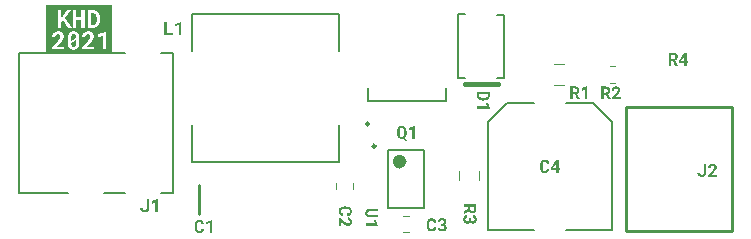
<source format=gto>
G04*
G04 #@! TF.GenerationSoftware,Altium Limited,Altium Designer,21.6.1 (37)*
G04*
G04 Layer_Color=65535*
%FSLAX25Y25*%
%MOIN*%
G70*
G04*
G04 #@! TF.SameCoordinates,EE309F7F-E528-4661-BA6D-D9C948015DE1*
G04*
G04*
G04 #@! TF.FilePolarity,Positive*
G04*
G01*
G75*
%ADD10C,0.00984*%
%ADD11C,0.02362*%
%ADD12C,0.00787*%
%ADD13C,0.01575*%
%ADD14C,0.01000*%
%ADD15C,0.00394*%
G36*
X30831Y71194D02*
Y62319D01*
X9133D01*
Y71194D01*
Y78722D01*
X30831D01*
Y71194D01*
D02*
G37*
G36*
X53993Y68713D02*
X53164D01*
Y72013D01*
X52077Y71621D01*
Y72339D01*
X53949Y73019D01*
X53993D01*
Y68713D01*
D02*
G37*
G36*
X49205Y69379D02*
X51226D01*
Y68713D01*
X48369D01*
Y73019D01*
X49205D01*
Y69379D01*
D02*
G37*
G36*
X43363Y11004D02*
Y10990D01*
Y10953D01*
X43355Y10893D01*
X43348Y10819D01*
X43333Y10731D01*
X43311Y10642D01*
X43281Y10538D01*
X43244Y10442D01*
X43237Y10435D01*
X43222Y10398D01*
X43200Y10353D01*
X43163Y10294D01*
X43118Y10227D01*
X43067Y10153D01*
X43007Y10079D01*
X42933Y10005D01*
X42926Y9998D01*
X42896Y9976D01*
X42859Y9946D01*
X42800Y9902D01*
X42734Y9857D01*
X42652Y9813D01*
X42563Y9769D01*
X42467Y9724D01*
X42452Y9717D01*
X42423Y9709D01*
X42364Y9695D01*
X42297Y9680D01*
X42208Y9658D01*
X42112Y9643D01*
X42008Y9635D01*
X41897Y9628D01*
X41846D01*
X41779Y9635D01*
X41705D01*
X41609Y9650D01*
X41513Y9665D01*
X41409Y9680D01*
X41305Y9709D01*
X41291Y9717D01*
X41261Y9724D01*
X41209Y9746D01*
X41150Y9769D01*
X41076Y9806D01*
X41002Y9850D01*
X40921Y9894D01*
X40847Y9954D01*
X40839Y9961D01*
X40817Y9983D01*
X40780Y10020D01*
X40736Y10065D01*
X40691Y10124D01*
X40639Y10198D01*
X40588Y10272D01*
X40543Y10361D01*
X40536Y10375D01*
X40528Y10405D01*
X40514Y10457D01*
X40491Y10531D01*
X40469Y10620D01*
X40454Y10716D01*
X40447Y10827D01*
X40440Y10953D01*
X41276D01*
Y10945D01*
Y10938D01*
Y10893D01*
X41283Y10834D01*
X41298Y10760D01*
X41313Y10679D01*
X41335Y10597D01*
X41372Y10516D01*
X41424Y10449D01*
X41431Y10442D01*
X41453Y10427D01*
X41490Y10398D01*
X41542Y10375D01*
X41609Y10346D01*
X41690Y10316D01*
X41786Y10301D01*
X41897Y10294D01*
X41949D01*
X41986Y10301D01*
X42068Y10316D01*
X42156Y10346D01*
X42164D01*
X42179Y10353D01*
X42201Y10368D01*
X42223Y10390D01*
X42290Y10435D01*
X42356Y10494D01*
X42364Y10501D01*
X42371Y10509D01*
X42386Y10531D01*
X42401Y10560D01*
X42445Y10634D01*
X42482Y10723D01*
Y10731D01*
X42489Y10745D01*
X42497Y10775D01*
X42512Y10812D01*
X42526Y10901D01*
X42534Y11004D01*
Y13994D01*
X43363D01*
Y11004D01*
D02*
G37*
G36*
X46175Y9687D02*
X45346D01*
Y12988D01*
X44258Y12595D01*
Y13313D01*
X46130Y13994D01*
X46175D01*
Y9687D01*
D02*
G37*
G36*
X156953Y48758D02*
X156946Y48676D01*
X156939Y48573D01*
X156916Y48454D01*
X156894Y48321D01*
X156857Y48188D01*
X156805Y48055D01*
Y48047D01*
X156798Y48040D01*
X156776Y47995D01*
X156746Y47929D01*
X156702Y47847D01*
X156643Y47759D01*
X156569Y47655D01*
X156487Y47559D01*
X156391Y47463D01*
X156376Y47448D01*
X156347Y47418D01*
X156287Y47374D01*
X156213Y47322D01*
X156125Y47255D01*
X156021Y47196D01*
X155903Y47130D01*
X155769Y47078D01*
X155762D01*
X155755Y47070D01*
X155732Y47063D01*
X155703Y47056D01*
X155629Y47033D01*
X155533Y47011D01*
X155414Y46989D01*
X155281Y46967D01*
X155133Y46952D01*
X154970Y46945D01*
X154615D01*
X154608D01*
X154593D01*
X154571D01*
X154541D01*
X154460Y46952D01*
X154349Y46959D01*
X154230Y46974D01*
X154097Y47004D01*
X153956Y47033D01*
X153816Y47078D01*
X153808D01*
X153801Y47085D01*
X153757Y47100D01*
X153690Y47130D01*
X153601Y47174D01*
X153505Y47226D01*
X153401Y47292D01*
X153298Y47366D01*
X153194Y47455D01*
X153179Y47463D01*
X153150Y47500D01*
X153105Y47551D01*
X153046Y47618D01*
X152980Y47707D01*
X152913Y47803D01*
X152846Y47914D01*
X152787Y48040D01*
X152780Y48055D01*
X152765Y48099D01*
X152743Y48166D01*
X152721Y48262D01*
X152691Y48373D01*
X152669Y48499D01*
X152654Y48639D01*
X152647Y48787D01*
Y49949D01*
X156953D01*
Y48758D01*
D02*
G37*
G36*
Y44295D02*
Y44251D01*
X152647D01*
Y45080D01*
X155947D01*
X155555Y46168D01*
X156273D01*
X156953Y44295D01*
D02*
G37*
G36*
X119783Y10009D02*
X116927D01*
X116919D01*
X116912D01*
X116890D01*
X116860D01*
X116779Y10002D01*
X116690Y9987D01*
X116586Y9972D01*
X116483Y9950D01*
X116379Y9913D01*
X116290Y9861D01*
X116283Y9854D01*
X116261Y9832D01*
X116224Y9794D01*
X116187Y9750D01*
X116150Y9684D01*
X116113Y9610D01*
X116090Y9521D01*
X116083Y9417D01*
Y9365D01*
X116098Y9313D01*
X116113Y9247D01*
X116135Y9173D01*
X116172Y9099D01*
X116224Y9025D01*
X116290Y8958D01*
X116298Y8951D01*
X116327Y8936D01*
X116379Y8907D01*
X116453Y8877D01*
X116542Y8847D01*
X116653Y8818D01*
X116779Y8795D01*
X116927Y8788D01*
X119783D01*
Y7959D01*
X116927D01*
X116919D01*
X116912D01*
X116867D01*
X116801Y7967D01*
X116712Y7974D01*
X116608Y7982D01*
X116505Y8004D01*
X116394Y8026D01*
X116283Y8063D01*
X116268Y8070D01*
X116238Y8078D01*
X116187Y8100D01*
X116120Y8137D01*
X116046Y8174D01*
X115965Y8218D01*
X115883Y8277D01*
X115809Y8344D01*
X115802Y8352D01*
X115780Y8374D01*
X115743Y8418D01*
X115698Y8470D01*
X115654Y8536D01*
X115602Y8618D01*
X115558Y8707D01*
X115513Y8803D01*
X115506Y8818D01*
X115498Y8847D01*
X115484Y8907D01*
X115469Y8980D01*
X115447Y9069D01*
X115432Y9180D01*
X115424Y9291D01*
X115417Y9417D01*
Y9469D01*
X115424Y9535D01*
X115432Y9610D01*
X115439Y9706D01*
X115461Y9802D01*
X115484Y9905D01*
X115513Y10009D01*
X115521Y10024D01*
X115535Y10053D01*
X115558Y10098D01*
X115587Y10165D01*
X115632Y10231D01*
X115683Y10305D01*
X115743Y10386D01*
X115809Y10460D01*
X115817Y10468D01*
X115846Y10490D01*
X115883Y10527D01*
X115942Y10564D01*
X116009Y10609D01*
X116090Y10660D01*
X116179Y10705D01*
X116283Y10749D01*
X116298Y10757D01*
X116335Y10764D01*
X116394Y10779D01*
X116468Y10793D01*
X116564Y10816D01*
X116675Y10830D01*
X116793Y10838D01*
X116927Y10845D01*
X119783D01*
Y10009D01*
D02*
G37*
G36*
Y5199D02*
Y5155D01*
X115476D01*
Y5984D01*
X118777D01*
X118384Y7071D01*
X119102D01*
X119783Y5199D01*
D02*
G37*
G36*
X131808Y34194D02*
X130979D01*
Y37495D01*
X129892Y37103D01*
Y37820D01*
X131764Y38501D01*
X131808D01*
Y34194D01*
D02*
G37*
G36*
X127686Y38553D02*
X127783Y38546D01*
X127886Y38523D01*
X127997Y38501D01*
X128116Y38464D01*
X128227Y38412D01*
X128241Y38405D01*
X128278Y38390D01*
X128330Y38353D01*
X128404Y38309D01*
X128486Y38250D01*
X128567Y38183D01*
X128656Y38102D01*
X128737Y38013D01*
X128745Y37998D01*
X128774Y37968D01*
X128811Y37917D01*
X128856Y37843D01*
X128907Y37754D01*
X128959Y37650D01*
X129011Y37532D01*
X129055Y37406D01*
Y37399D01*
X129063Y37391D01*
X129070Y37347D01*
X129092Y37273D01*
X129115Y37184D01*
X129129Y37066D01*
X129152Y36940D01*
X129159Y36799D01*
X129166Y36644D01*
Y35896D01*
Y35889D01*
Y35882D01*
Y35859D01*
Y35830D01*
X129159Y35756D01*
X129144Y35660D01*
X129129Y35541D01*
X129107Y35415D01*
X129070Y35282D01*
X129026Y35149D01*
Y35142D01*
X129018Y35134D01*
X129004Y35090D01*
X128967Y35023D01*
X128930Y34942D01*
X128870Y34853D01*
X128804Y34749D01*
X128722Y34646D01*
X128634Y34550D01*
X129344Y33913D01*
X128811Y33440D01*
X127990Y34194D01*
X127982D01*
X127975Y34187D01*
X127953D01*
X127923Y34180D01*
X127857Y34165D01*
X127775Y34150D01*
X127760D01*
X127738Y34143D01*
X127709D01*
X127635Y34135D01*
X127494D01*
X127420Y34143D01*
X127331Y34150D01*
X127228Y34172D01*
X127117Y34194D01*
X126998Y34231D01*
X126887Y34276D01*
X126872Y34283D01*
X126843Y34305D01*
X126784Y34335D01*
X126717Y34379D01*
X126643Y34431D01*
X126562Y34498D01*
X126480Y34572D01*
X126399Y34661D01*
X126391Y34675D01*
X126369Y34705D01*
X126332Y34757D01*
X126288Y34823D01*
X126236Y34905D01*
X126184Y35001D01*
X126140Y35105D01*
X126095Y35223D01*
Y35230D01*
X126088Y35238D01*
X126081Y35282D01*
X126066Y35341D01*
X126044Y35430D01*
X126021Y35534D01*
X126007Y35645D01*
X125999Y35771D01*
X125992Y35896D01*
Y36644D01*
Y36651D01*
Y36666D01*
Y36688D01*
Y36718D01*
X125999Y36792D01*
X126007Y36895D01*
X126014Y37014D01*
X126036Y37140D01*
X126058Y37273D01*
X126095Y37406D01*
Y37413D01*
X126103Y37421D01*
X126118Y37465D01*
X126140Y37532D01*
X126169Y37613D01*
X126214Y37709D01*
X126266Y37813D01*
X126332Y37917D01*
X126399Y38013D01*
X126406Y38028D01*
X126436Y38057D01*
X126480Y38102D01*
X126532Y38161D01*
X126606Y38227D01*
X126687Y38294D01*
X126784Y38353D01*
X126887Y38412D01*
X126902Y38420D01*
X126939Y38435D01*
X126998Y38457D01*
X127080Y38486D01*
X127183Y38516D01*
X127294Y38538D01*
X127420Y38553D01*
X127553Y38560D01*
X127620D01*
X127686Y38553D01*
D02*
G37*
G36*
X229052Y22864D02*
Y22849D01*
Y22812D01*
X229045Y22753D01*
X229037Y22679D01*
X229023Y22590D01*
X229000Y22501D01*
X228971Y22398D01*
X228934Y22301D01*
X228926Y22294D01*
X228912Y22257D01*
X228889Y22213D01*
X228852Y22153D01*
X228808Y22087D01*
X228756Y22013D01*
X228697Y21939D01*
X228623Y21865D01*
X228616Y21857D01*
X228586Y21835D01*
X228549Y21806D01*
X228490Y21761D01*
X228423Y21717D01*
X228342Y21672D01*
X228253Y21628D01*
X228157Y21584D01*
X228142Y21576D01*
X228112Y21569D01*
X228053Y21554D01*
X227987Y21539D01*
X227898Y21517D01*
X227802Y21502D01*
X227698Y21495D01*
X227587Y21487D01*
X227535D01*
X227469Y21495D01*
X227395D01*
X227298Y21510D01*
X227202Y21524D01*
X227099Y21539D01*
X226995Y21569D01*
X226980Y21576D01*
X226951Y21584D01*
X226899Y21606D01*
X226840Y21628D01*
X226766Y21665D01*
X226692Y21709D01*
X226610Y21754D01*
X226536Y21813D01*
X226529Y21820D01*
X226507Y21843D01*
X226470Y21880D01*
X226425Y21924D01*
X226381Y21983D01*
X226329Y22057D01*
X226277Y22131D01*
X226233Y22220D01*
X226225Y22235D01*
X226218Y22264D01*
X226203Y22316D01*
X226181Y22390D01*
X226159Y22479D01*
X226144Y22575D01*
X226137Y22686D01*
X226129Y22812D01*
X226965D01*
Y22805D01*
Y22797D01*
Y22753D01*
X226973Y22694D01*
X226988Y22620D01*
X227002Y22538D01*
X227025Y22457D01*
X227062Y22375D01*
X227113Y22309D01*
X227121Y22301D01*
X227143Y22287D01*
X227180Y22257D01*
X227232Y22235D01*
X227298Y22205D01*
X227380Y22176D01*
X227476Y22161D01*
X227587Y22153D01*
X227639D01*
X227676Y22161D01*
X227757Y22176D01*
X227846Y22205D01*
X227853D01*
X227868Y22213D01*
X227890Y22227D01*
X227913Y22250D01*
X227979Y22294D01*
X228046Y22353D01*
X228053Y22361D01*
X228061Y22368D01*
X228075Y22390D01*
X228090Y22420D01*
X228135Y22494D01*
X228172Y22583D01*
Y22590D01*
X228179Y22605D01*
X228186Y22634D01*
X228201Y22671D01*
X228216Y22760D01*
X228223Y22864D01*
Y25853D01*
X229052D01*
Y22864D01*
D02*
G37*
G36*
X231287Y25905D02*
X231361Y25898D01*
X231450Y25890D01*
X231553Y25876D01*
X231650Y25846D01*
X231746Y25816D01*
X231761Y25809D01*
X231790Y25802D01*
X231835Y25779D01*
X231894Y25750D01*
X231968Y25713D01*
X232034Y25668D01*
X232108Y25617D01*
X232175Y25557D01*
X232182Y25550D01*
X232205Y25528D01*
X232234Y25491D01*
X232271Y25446D01*
X232316Y25387D01*
X232360Y25321D01*
X232397Y25247D01*
X232434Y25158D01*
X232441Y25150D01*
X232449Y25121D01*
X232464Y25069D01*
X232478Y25010D01*
X232493Y24936D01*
X232508Y24847D01*
X232523Y24751D01*
Y24647D01*
Y24640D01*
Y24610D01*
Y24573D01*
X232515Y24521D01*
X232508Y24455D01*
X232493Y24388D01*
X232456Y24240D01*
Y24233D01*
X232441Y24211D01*
X232427Y24166D01*
X232404Y24122D01*
X232382Y24063D01*
X232345Y23996D01*
X232264Y23855D01*
X232256Y23848D01*
X232242Y23826D01*
X232212Y23789D01*
X232182Y23737D01*
X232138Y23678D01*
X232086Y23619D01*
X231968Y23471D01*
X231960Y23463D01*
X231938Y23441D01*
X231901Y23397D01*
X231857Y23345D01*
X231798Y23286D01*
X231738Y23219D01*
X231590Y23064D01*
X230776Y22205D01*
X232671D01*
Y21547D01*
X229726D01*
Y22102D01*
X231124Y23604D01*
X231132Y23611D01*
X231154Y23633D01*
X231183Y23670D01*
X231220Y23707D01*
X231309Y23811D01*
X231398Y23922D01*
X231405Y23929D01*
X231420Y23944D01*
X231435Y23974D01*
X231465Y24011D01*
X231516Y24100D01*
X231576Y24188D01*
Y24196D01*
X231590Y24211D01*
X231598Y24233D01*
X231620Y24262D01*
X231650Y24329D01*
X231679Y24410D01*
Y24418D01*
X231687Y24425D01*
X231694Y24477D01*
X231701Y24544D01*
X231709Y24618D01*
Y24625D01*
Y24640D01*
Y24669D01*
X231701Y24699D01*
X231694Y24780D01*
X231664Y24869D01*
Y24877D01*
X231657Y24891D01*
X231635Y24936D01*
X231605Y25002D01*
X231553Y25062D01*
Y25069D01*
X231539Y25076D01*
X231502Y25106D01*
X231442Y25143D01*
X231368Y25180D01*
X231361D01*
X231354Y25187D01*
X231331Y25195D01*
X231302Y25202D01*
X231228Y25217D01*
X231139Y25224D01*
X231080D01*
X231021Y25217D01*
X230947Y25202D01*
X230865Y25180D01*
X230784Y25143D01*
X230702Y25099D01*
X230628Y25032D01*
X230621Y25025D01*
X230606Y24995D01*
X230577Y24958D01*
X230547Y24899D01*
X230517Y24825D01*
X230488Y24736D01*
X230473Y24625D01*
X230466Y24507D01*
X229644D01*
Y24521D01*
Y24558D01*
X229652Y24610D01*
X229659Y24684D01*
X229666Y24766D01*
X229689Y24854D01*
X229711Y24951D01*
X229748Y25047D01*
X229755Y25062D01*
X229770Y25091D01*
X229792Y25136D01*
X229829Y25202D01*
X229874Y25269D01*
X229925Y25350D01*
X229985Y25424D01*
X230059Y25498D01*
X230066Y25506D01*
X230096Y25528D01*
X230140Y25565D01*
X230192Y25609D01*
X230266Y25654D01*
X230347Y25705D01*
X230436Y25757D01*
X230540Y25802D01*
X230554Y25809D01*
X230591Y25816D01*
X230651Y25839D01*
X230725Y25861D01*
X230813Y25876D01*
X230924Y25898D01*
X231043Y25905D01*
X231169Y25913D01*
X231220D01*
X231287Y25905D01*
D02*
G37*
G36*
X189438Y47347D02*
X188609D01*
Y50647D01*
X187521Y50255D01*
Y50973D01*
X189393Y51653D01*
X189438D01*
Y47347D01*
D02*
G37*
G36*
X185331Y51646D02*
X185420D01*
X185516Y51631D01*
X185627Y51616D01*
X185738Y51594D01*
X185849Y51565D01*
X185864D01*
X185901Y51550D01*
X185952Y51528D01*
X186019Y51505D01*
X186100Y51468D01*
X186182Y51424D01*
X186263Y51380D01*
X186345Y51320D01*
X186352Y51313D01*
X186382Y51291D01*
X186419Y51254D01*
X186463Y51209D01*
X186515Y51150D01*
X186567Y51084D01*
X186618Y51002D01*
X186663Y50913D01*
X186670Y50906D01*
X186678Y50869D01*
X186700Y50817D01*
X186722Y50751D01*
X186737Y50669D01*
X186759Y50573D01*
X186767Y50469D01*
X186774Y50351D01*
Y50344D01*
Y50314D01*
Y50270D01*
X186767Y50210D01*
X186759Y50151D01*
X186752Y50077D01*
X186722Y49937D01*
Y49929D01*
X186715Y49907D01*
X186700Y49870D01*
X186685Y49826D01*
X186633Y49722D01*
X186567Y49604D01*
X186559Y49596D01*
X186552Y49581D01*
X186530Y49552D01*
X186500Y49515D01*
X186419Y49433D01*
X186315Y49345D01*
X186308Y49337D01*
X186293Y49330D01*
X186263Y49308D01*
X186226Y49285D01*
X186174Y49256D01*
X186123Y49226D01*
X185997Y49160D01*
X186922Y47384D01*
Y47347D01*
X186034D01*
X185220Y48952D01*
X184591D01*
Y47347D01*
X183762D01*
Y51653D01*
X185264D01*
X185331Y51646D01*
D02*
G37*
G36*
X60209Y7105D02*
X60297Y7098D01*
X60394Y7090D01*
X60497Y7068D01*
X60608Y7046D01*
X60712Y7009D01*
X60727Y7002D01*
X60756Y6994D01*
X60808Y6972D01*
X60875Y6935D01*
X60949Y6898D01*
X61023Y6854D01*
X61104Y6794D01*
X61178Y6728D01*
X61185Y6720D01*
X61208Y6698D01*
X61245Y6654D01*
X61289Y6602D01*
X61341Y6535D01*
X61393Y6454D01*
X61444Y6365D01*
X61489Y6269D01*
X61496Y6254D01*
X61511Y6225D01*
X61526Y6165D01*
X61555Y6091D01*
X61578Y6003D01*
X61600Y5899D01*
X61622Y5788D01*
X61637Y5662D01*
X60808D01*
Y5670D01*
Y5692D01*
X60801Y5729D01*
X60793Y5773D01*
X60778Y5884D01*
X60749Y5995D01*
Y6003D01*
X60741Y6017D01*
X60734Y6047D01*
X60719Y6084D01*
X60675Y6158D01*
X60616Y6239D01*
X60608Y6247D01*
X60601Y6254D01*
X60556Y6291D01*
X60482Y6343D01*
X60394Y6387D01*
X60386D01*
X60371Y6395D01*
X60342Y6402D01*
X60305Y6417D01*
X60260Y6424D01*
X60209Y6432D01*
X60083Y6439D01*
X60053D01*
X60016Y6432D01*
X59972D01*
X59861Y6402D01*
X59802Y6380D01*
X59742Y6350D01*
X59735D01*
X59720Y6336D01*
X59691Y6313D01*
X59661Y6291D01*
X59624Y6254D01*
X59587Y6210D01*
X59543Y6165D01*
X59506Y6106D01*
Y6099D01*
X59491Y6077D01*
X59476Y6047D01*
X59454Y6003D01*
X59432Y5943D01*
X59409Y5877D01*
X59395Y5795D01*
X59372Y5714D01*
Y5707D01*
X59365Y5677D01*
X59358Y5625D01*
X59350Y5566D01*
X59343Y5485D01*
X59335Y5396D01*
X59328Y5300D01*
Y5189D01*
Y4604D01*
Y4597D01*
Y4574D01*
Y4545D01*
Y4500D01*
X59335Y4449D01*
Y4389D01*
X59350Y4249D01*
X59372Y4093D01*
X59402Y3938D01*
X59446Y3790D01*
X59476Y3723D01*
X59506Y3664D01*
X59513Y3649D01*
X59543Y3620D01*
X59580Y3568D01*
X59646Y3516D01*
X59720Y3457D01*
X59824Y3405D01*
X59942Y3376D01*
X60075Y3361D01*
X60127D01*
X60186Y3368D01*
X60260Y3383D01*
X60342Y3405D01*
X60431Y3435D01*
X60512Y3472D01*
X60586Y3531D01*
X60593Y3538D01*
X60616Y3561D01*
X60645Y3605D01*
X60682Y3664D01*
X60727Y3746D01*
X60756Y3842D01*
X60786Y3960D01*
X60801Y4093D01*
X61629D01*
Y4079D01*
X61622Y4042D01*
X61615Y3975D01*
X61607Y3901D01*
X61585Y3805D01*
X61563Y3709D01*
X61526Y3605D01*
X61489Y3501D01*
X61481Y3487D01*
X61467Y3457D01*
X61444Y3413D01*
X61407Y3346D01*
X61363Y3279D01*
X61304Y3205D01*
X61245Y3131D01*
X61171Y3057D01*
X61163Y3050D01*
X61134Y3028D01*
X61089Y2998D01*
X61037Y2954D01*
X60963Y2909D01*
X60882Y2865D01*
X60793Y2821D01*
X60690Y2784D01*
X60675Y2776D01*
X60638Y2769D01*
X60586Y2754D01*
X60505Y2739D01*
X60416Y2717D01*
X60312Y2702D01*
X60201Y2695D01*
X60075Y2687D01*
X60009D01*
X59935Y2695D01*
X59846Y2702D01*
X59742Y2717D01*
X59624Y2747D01*
X59506Y2776D01*
X59395Y2821D01*
X59380Y2828D01*
X59343Y2850D01*
X59291Y2880D01*
X59224Y2924D01*
X59143Y2976D01*
X59062Y3043D01*
X58980Y3124D01*
X58899Y3213D01*
X58891Y3228D01*
X58869Y3257D01*
X58832Y3309D01*
X58788Y3383D01*
X58736Y3472D01*
X58684Y3575D01*
X58632Y3694D01*
X58588Y3820D01*
Y3827D01*
X58581Y3834D01*
Y3857D01*
X58573Y3879D01*
X58558Y3953D01*
X58536Y4049D01*
X58514Y4167D01*
X58499Y4301D01*
X58492Y4449D01*
X58484Y4604D01*
Y5181D01*
Y5189D01*
Y5203D01*
Y5226D01*
Y5255D01*
X58492Y5337D01*
X58499Y5440D01*
X58514Y5559D01*
X58529Y5692D01*
X58558Y5832D01*
X58595Y5966D01*
Y5973D01*
X58603Y5980D01*
X58618Y6025D01*
X58640Y6091D01*
X58677Y6173D01*
X58721Y6269D01*
X58780Y6373D01*
X58840Y6476D01*
X58914Y6572D01*
X58921Y6587D01*
X58951Y6617D01*
X58995Y6661D01*
X59054Y6720D01*
X59128Y6787D01*
X59217Y6854D01*
X59313Y6913D01*
X59417Y6972D01*
X59432Y6979D01*
X59469Y6994D01*
X59528Y7016D01*
X59609Y7046D01*
X59713Y7068D01*
X59824Y7090D01*
X59950Y7105D01*
X60083Y7113D01*
X60142D01*
X60209Y7105D01*
D02*
G37*
G36*
X64316Y2747D02*
X63487D01*
Y6047D01*
X62399Y5655D01*
Y6373D01*
X64271Y7053D01*
X64316D01*
Y2747D01*
D02*
G37*
G36*
X175365Y27205D02*
X175453Y27198D01*
X175550Y27190D01*
X175653Y27168D01*
X175764Y27146D01*
X175868Y27109D01*
X175883Y27102D01*
X175912Y27094D01*
X175964Y27072D01*
X176031Y27035D01*
X176105Y26998D01*
X176179Y26954D01*
X176260Y26894D01*
X176334Y26828D01*
X176341Y26820D01*
X176364Y26798D01*
X176401Y26754D01*
X176445Y26702D01*
X176497Y26635D01*
X176549Y26554D01*
X176600Y26465D01*
X176645Y26369D01*
X176652Y26354D01*
X176667Y26325D01*
X176682Y26265D01*
X176711Y26191D01*
X176734Y26103D01*
X176756Y25999D01*
X176778Y25888D01*
X176793Y25762D01*
X175964D01*
Y25770D01*
Y25792D01*
X175957Y25829D01*
X175949Y25873D01*
X175934Y25984D01*
X175905Y26095D01*
Y26103D01*
X175897Y26117D01*
X175890Y26147D01*
X175875Y26184D01*
X175831Y26258D01*
X175772Y26339D01*
X175764Y26347D01*
X175757Y26354D01*
X175712Y26391D01*
X175638Y26443D01*
X175550Y26487D01*
X175542D01*
X175527Y26495D01*
X175498Y26502D01*
X175461Y26517D01*
X175416Y26524D01*
X175365Y26532D01*
X175239Y26539D01*
X175209D01*
X175172Y26532D01*
X175128D01*
X175017Y26502D01*
X174958Y26480D01*
X174898Y26450D01*
X174891D01*
X174876Y26436D01*
X174847Y26413D01*
X174817Y26391D01*
X174780Y26354D01*
X174743Y26310D01*
X174699Y26265D01*
X174662Y26206D01*
Y26199D01*
X174647Y26177D01*
X174632Y26147D01*
X174610Y26103D01*
X174588Y26043D01*
X174565Y25977D01*
X174551Y25895D01*
X174528Y25814D01*
Y25807D01*
X174521Y25777D01*
X174514Y25725D01*
X174506Y25666D01*
X174499Y25585D01*
X174491Y25496D01*
X174484Y25400D01*
Y25289D01*
Y24704D01*
Y24697D01*
Y24674D01*
Y24645D01*
Y24600D01*
X174491Y24549D01*
Y24489D01*
X174506Y24349D01*
X174528Y24193D01*
X174558Y24038D01*
X174602Y23890D01*
X174632Y23823D01*
X174662Y23764D01*
X174669Y23749D01*
X174699Y23720D01*
X174736Y23668D01*
X174802Y23616D01*
X174876Y23557D01*
X174980Y23505D01*
X175098Y23476D01*
X175231Y23461D01*
X175283D01*
X175342Y23468D01*
X175416Y23483D01*
X175498Y23505D01*
X175587Y23535D01*
X175668Y23572D01*
X175742Y23631D01*
X175749Y23638D01*
X175772Y23661D01*
X175801Y23705D01*
X175838Y23764D01*
X175883Y23846D01*
X175912Y23942D01*
X175942Y24060D01*
X175957Y24193D01*
X176785D01*
Y24179D01*
X176778Y24142D01*
X176771Y24075D01*
X176763Y24001D01*
X176741Y23905D01*
X176719Y23809D01*
X176682Y23705D01*
X176645Y23601D01*
X176637Y23587D01*
X176623Y23557D01*
X176600Y23513D01*
X176563Y23446D01*
X176519Y23379D01*
X176460Y23305D01*
X176401Y23231D01*
X176327Y23157D01*
X176319Y23150D01*
X176290Y23128D01*
X176245Y23098D01*
X176193Y23054D01*
X176119Y23009D01*
X176038Y22965D01*
X175949Y22921D01*
X175846Y22884D01*
X175831Y22876D01*
X175794Y22869D01*
X175742Y22854D01*
X175661Y22839D01*
X175572Y22817D01*
X175468Y22802D01*
X175357Y22795D01*
X175231Y22787D01*
X175165D01*
X175091Y22795D01*
X175002Y22802D01*
X174898Y22817D01*
X174780Y22847D01*
X174662Y22876D01*
X174551Y22921D01*
X174536Y22928D01*
X174499Y22950D01*
X174447Y22980D01*
X174380Y23024D01*
X174299Y23076D01*
X174218Y23143D01*
X174136Y23224D01*
X174055Y23313D01*
X174047Y23328D01*
X174025Y23357D01*
X173988Y23409D01*
X173944Y23483D01*
X173892Y23572D01*
X173840Y23675D01*
X173788Y23794D01*
X173744Y23920D01*
Y23927D01*
X173737Y23934D01*
Y23957D01*
X173729Y23979D01*
X173714Y24053D01*
X173692Y24149D01*
X173670Y24267D01*
X173655Y24401D01*
X173648Y24549D01*
X173640Y24704D01*
Y25281D01*
Y25289D01*
Y25303D01*
Y25326D01*
Y25355D01*
X173648Y25437D01*
X173655Y25540D01*
X173670Y25659D01*
X173685Y25792D01*
X173714Y25932D01*
X173751Y26066D01*
Y26073D01*
X173759Y26080D01*
X173774Y26125D01*
X173796Y26191D01*
X173833Y26273D01*
X173877Y26369D01*
X173936Y26473D01*
X173996Y26576D01*
X174070Y26672D01*
X174077Y26687D01*
X174107Y26717D01*
X174151Y26761D01*
X174210Y26820D01*
X174284Y26887D01*
X174373Y26954D01*
X174469Y27013D01*
X174573Y27072D01*
X174588Y27079D01*
X174625Y27094D01*
X174684Y27116D01*
X174765Y27146D01*
X174869Y27168D01*
X174980Y27190D01*
X175106Y27205D01*
X175239Y27213D01*
X175298D01*
X175365Y27205D01*
D02*
G37*
G36*
X179864Y24445D02*
X180360D01*
Y23779D01*
X179864D01*
Y22847D01*
X179035D01*
Y23779D01*
X177252D01*
X177215Y24290D01*
X179028Y27153D01*
X179864D01*
Y24445D01*
D02*
G37*
G36*
X137602Y7705D02*
X137690Y7698D01*
X137787Y7690D01*
X137890Y7668D01*
X138001Y7646D01*
X138105Y7609D01*
X138120Y7602D01*
X138149Y7594D01*
X138201Y7572D01*
X138268Y7535D01*
X138342Y7498D01*
X138416Y7454D01*
X138497Y7394D01*
X138571Y7328D01*
X138578Y7320D01*
X138601Y7298D01*
X138638Y7254D01*
X138682Y7202D01*
X138734Y7135D01*
X138786Y7054D01*
X138837Y6965D01*
X138882Y6869D01*
X138889Y6854D01*
X138904Y6825D01*
X138919Y6765D01*
X138948Y6691D01*
X138971Y6603D01*
X138993Y6499D01*
X139015Y6388D01*
X139030Y6262D01*
X138201D01*
Y6270D01*
Y6292D01*
X138194Y6329D01*
X138186Y6373D01*
X138171Y6484D01*
X138142Y6595D01*
Y6603D01*
X138134Y6617D01*
X138127Y6647D01*
X138112Y6684D01*
X138068Y6758D01*
X138009Y6839D01*
X138001Y6847D01*
X137994Y6854D01*
X137949Y6891D01*
X137875Y6943D01*
X137787Y6987D01*
X137779D01*
X137764Y6995D01*
X137735Y7002D01*
X137698Y7017D01*
X137653Y7024D01*
X137602Y7032D01*
X137476Y7039D01*
X137446D01*
X137409Y7032D01*
X137365D01*
X137254Y7002D01*
X137195Y6980D01*
X137135Y6950D01*
X137128D01*
X137113Y6936D01*
X137084Y6913D01*
X137054Y6891D01*
X137017Y6854D01*
X136980Y6810D01*
X136936Y6765D01*
X136899Y6706D01*
Y6699D01*
X136884Y6677D01*
X136869Y6647D01*
X136847Y6603D01*
X136825Y6543D01*
X136802Y6477D01*
X136788Y6395D01*
X136765Y6314D01*
Y6307D01*
X136758Y6277D01*
X136751Y6225D01*
X136743Y6166D01*
X136736Y6085D01*
X136728Y5996D01*
X136721Y5900D01*
Y5789D01*
Y5204D01*
Y5197D01*
Y5174D01*
Y5145D01*
Y5100D01*
X136728Y5049D01*
Y4989D01*
X136743Y4849D01*
X136765Y4693D01*
X136795Y4538D01*
X136839Y4390D01*
X136869Y4323D01*
X136899Y4264D01*
X136906Y4249D01*
X136936Y4220D01*
X136973Y4168D01*
X137039Y4116D01*
X137113Y4057D01*
X137217Y4005D01*
X137335Y3976D01*
X137468Y3961D01*
X137520D01*
X137579Y3968D01*
X137653Y3983D01*
X137735Y4005D01*
X137824Y4035D01*
X137905Y4072D01*
X137979Y4131D01*
X137986Y4138D01*
X138009Y4161D01*
X138038Y4205D01*
X138075Y4264D01*
X138120Y4346D01*
X138149Y4442D01*
X138179Y4560D01*
X138194Y4693D01*
X139022D01*
Y4679D01*
X139015Y4642D01*
X139008Y4575D01*
X139000Y4501D01*
X138978Y4405D01*
X138956Y4309D01*
X138919Y4205D01*
X138882Y4101D01*
X138874Y4087D01*
X138860Y4057D01*
X138837Y4013D01*
X138800Y3946D01*
X138756Y3879D01*
X138697Y3805D01*
X138638Y3731D01*
X138564Y3657D01*
X138556Y3650D01*
X138527Y3628D01*
X138482Y3598D01*
X138430Y3554D01*
X138356Y3509D01*
X138275Y3465D01*
X138186Y3421D01*
X138083Y3384D01*
X138068Y3376D01*
X138031Y3369D01*
X137979Y3354D01*
X137898Y3339D01*
X137809Y3317D01*
X137705Y3302D01*
X137594Y3295D01*
X137468Y3287D01*
X137402D01*
X137328Y3295D01*
X137239Y3302D01*
X137135Y3317D01*
X137017Y3347D01*
X136899Y3376D01*
X136788Y3421D01*
X136773Y3428D01*
X136736Y3450D01*
X136684Y3480D01*
X136617Y3524D01*
X136536Y3576D01*
X136455Y3643D01*
X136373Y3724D01*
X136292Y3813D01*
X136284Y3828D01*
X136262Y3857D01*
X136225Y3909D01*
X136181Y3983D01*
X136129Y4072D01*
X136077Y4175D01*
X136025Y4294D01*
X135981Y4420D01*
Y4427D01*
X135974Y4434D01*
Y4457D01*
X135966Y4479D01*
X135951Y4553D01*
X135929Y4649D01*
X135907Y4767D01*
X135892Y4901D01*
X135885Y5049D01*
X135877Y5204D01*
Y5781D01*
Y5789D01*
Y5803D01*
Y5826D01*
Y5855D01*
X135885Y5937D01*
X135892Y6040D01*
X135907Y6159D01*
X135922Y6292D01*
X135951Y6432D01*
X135988Y6566D01*
Y6573D01*
X135996Y6580D01*
X136011Y6625D01*
X136033Y6691D01*
X136070Y6773D01*
X136114Y6869D01*
X136173Y6973D01*
X136233Y7076D01*
X136307Y7172D01*
X136314Y7187D01*
X136344Y7217D01*
X136388Y7261D01*
X136447Y7320D01*
X136521Y7387D01*
X136610Y7454D01*
X136706Y7513D01*
X136810Y7572D01*
X136825Y7579D01*
X136862Y7594D01*
X136921Y7616D01*
X137002Y7646D01*
X137106Y7668D01*
X137217Y7690D01*
X137343Y7705D01*
X137476Y7713D01*
X137535D01*
X137602Y7705D01*
D02*
G37*
G36*
X141131D02*
X141205D01*
X141294Y7690D01*
X141398Y7676D01*
X141494Y7661D01*
X141598Y7631D01*
X141612D01*
X141642Y7616D01*
X141694Y7602D01*
X141753Y7572D01*
X141827Y7542D01*
X141901Y7505D01*
X141982Y7454D01*
X142056Y7402D01*
X142064Y7394D01*
X142086Y7372D01*
X142123Y7343D01*
X142167Y7298D01*
X142212Y7239D01*
X142264Y7172D01*
X142308Y7098D01*
X142352Y7017D01*
X142360Y7010D01*
X142367Y6980D01*
X142382Y6928D01*
X142404Y6862D01*
X142426Y6788D01*
X142441Y6699D01*
X142449Y6595D01*
X142456Y6484D01*
Y6477D01*
Y6462D01*
Y6432D01*
X142449Y6395D01*
X142441Y6307D01*
X142412Y6210D01*
Y6203D01*
X142404Y6188D01*
X142397Y6159D01*
X142382Y6129D01*
X142345Y6048D01*
X142293Y5951D01*
Y5944D01*
X142278Y5929D01*
X142264Y5907D01*
X142241Y5877D01*
X142175Y5811D01*
X142093Y5729D01*
X142086Y5722D01*
X142071Y5715D01*
X142049Y5692D01*
X142012Y5670D01*
X141931Y5611D01*
X141820Y5552D01*
X141827D01*
X141849Y5537D01*
X141886Y5522D01*
X141931Y5507D01*
X142027Y5456D01*
X142130Y5382D01*
X142138Y5374D01*
X142153Y5367D01*
X142175Y5345D01*
X142212Y5315D01*
X142278Y5241D01*
X142352Y5152D01*
X142360Y5145D01*
X142367Y5130D01*
X142382Y5108D01*
X142404Y5071D01*
X142441Y4982D01*
X142478Y4871D01*
Y4864D01*
X142486Y4849D01*
X142493Y4812D01*
X142500Y4775D01*
X142508Y4730D01*
X142515Y4671D01*
X142523Y4553D01*
Y4538D01*
Y4501D01*
X142515Y4442D01*
X142508Y4375D01*
X142493Y4286D01*
X142471Y4198D01*
X142441Y4101D01*
X142404Y4013D01*
X142397Y4005D01*
X142382Y3976D01*
X142360Y3931D01*
X142323Y3872D01*
X142278Y3813D01*
X142227Y3746D01*
X142160Y3680D01*
X142086Y3613D01*
X142079Y3606D01*
X142049Y3583D01*
X142005Y3554D01*
X141953Y3524D01*
X141879Y3480D01*
X141797Y3443D01*
X141709Y3406D01*
X141605Y3369D01*
X141590D01*
X141561Y3354D01*
X141501Y3347D01*
X141427Y3332D01*
X141339Y3317D01*
X141242Y3302D01*
X141131Y3295D01*
X141013Y3287D01*
X140969D01*
X140909Y3295D01*
X140843D01*
X140761Y3302D01*
X140673Y3317D01*
X140473Y3361D01*
X140458Y3369D01*
X140428Y3376D01*
X140377Y3391D01*
X140317Y3421D01*
X140243Y3450D01*
X140169Y3487D01*
X140007Y3583D01*
X139999Y3591D01*
X139977Y3613D01*
X139940Y3643D01*
X139888Y3687D01*
X139836Y3746D01*
X139785Y3813D01*
X139733Y3887D01*
X139681Y3968D01*
X139674Y3976D01*
X139666Y4013D01*
X139644Y4057D01*
X139622Y4124D01*
X139600Y4205D01*
X139585Y4294D01*
X139570Y4405D01*
X139563Y4516D01*
X140384D01*
Y4508D01*
Y4494D01*
Y4471D01*
X140391Y4442D01*
X140406Y4368D01*
X140428Y4286D01*
Y4279D01*
X140436Y4272D01*
X140465Y4227D01*
X140510Y4168D01*
X140562Y4101D01*
X140569D01*
X140576Y4087D01*
X140621Y4057D01*
X140687Y4020D01*
X140769Y3983D01*
X140776D01*
X140791Y3976D01*
X140813Y3968D01*
X140850D01*
X140932Y3953D01*
X141035Y3946D01*
X141087D01*
X141146Y3953D01*
X141213Y3968D01*
X141294Y3983D01*
X141376Y4013D01*
X141450Y4057D01*
X141524Y4109D01*
X141531Y4116D01*
X141553Y4138D01*
X141583Y4175D01*
X141612Y4227D01*
X141642Y4294D01*
X141672Y4368D01*
X141694Y4457D01*
X141701Y4560D01*
Y4568D01*
Y4590D01*
Y4619D01*
X141694Y4664D01*
X141679Y4760D01*
X141649Y4856D01*
Y4864D01*
X141642Y4878D01*
X141627Y4901D01*
X141612Y4930D01*
X141568Y4997D01*
X141501Y5063D01*
X141494Y5071D01*
X141487Y5078D01*
X141464Y5093D01*
X141435Y5108D01*
X141361Y5145D01*
X141272Y5182D01*
X141265D01*
X141250Y5189D01*
X141220Y5197D01*
X141183Y5204D01*
X141139D01*
X141087Y5211D01*
X140969Y5219D01*
X140525D01*
Y5855D01*
X141028D01*
X141087Y5863D01*
X141161Y5877D01*
X141242Y5900D01*
X141324Y5929D01*
X141405Y5966D01*
X141472Y6025D01*
X141479Y6033D01*
X141494Y6055D01*
X141524Y6092D01*
X141553Y6144D01*
X141583Y6210D01*
X141612Y6284D01*
X141627Y6381D01*
X141635Y6477D01*
Y6484D01*
Y6499D01*
Y6521D01*
X141627Y6551D01*
X141620Y6625D01*
X141598Y6706D01*
Y6714D01*
X141590Y6721D01*
X141568Y6765D01*
X141538Y6825D01*
X141487Y6884D01*
Y6891D01*
X141472Y6899D01*
X141435Y6928D01*
X141376Y6965D01*
X141294Y7002D01*
X141287D01*
X141272Y7010D01*
X141250Y7017D01*
X141220Y7024D01*
X141139Y7039D01*
X141035Y7047D01*
X140991D01*
X140961Y7039D01*
X140880Y7032D01*
X140798Y7010D01*
X140791D01*
X140784Y7002D01*
X140739Y6980D01*
X140680Y6950D01*
X140613Y6906D01*
X140599Y6891D01*
X140569Y6862D01*
X140525Y6810D01*
X140480Y6743D01*
Y6736D01*
X140473Y6728D01*
X140458Y6684D01*
X140443Y6617D01*
X140436Y6536D01*
X139614D01*
Y6551D01*
Y6580D01*
X139622Y6632D01*
X139629Y6691D01*
X139637Y6765D01*
X139659Y6847D01*
X139681Y6928D01*
X139718Y7010D01*
X139725Y7017D01*
X139740Y7047D01*
X139762Y7091D01*
X139799Y7143D01*
X139836Y7202D01*
X139888Y7261D01*
X139947Y7328D01*
X140014Y7387D01*
X140021Y7394D01*
X140051Y7409D01*
X140088Y7439D01*
X140140Y7476D01*
X140206Y7513D01*
X140280Y7550D01*
X140369Y7587D01*
X140458Y7624D01*
X140473Y7631D01*
X140502Y7639D01*
X140554Y7653D01*
X140628Y7668D01*
X140710Y7683D01*
X140798Y7698D01*
X140902Y7713D01*
X141065D01*
X141131Y7705D01*
D02*
G37*
G36*
X109137Y11611D02*
X109240Y11604D01*
X109359Y11589D01*
X109492Y11575D01*
X109632Y11545D01*
X109766Y11508D01*
X109773D01*
X109780Y11501D01*
X109825Y11486D01*
X109891Y11463D01*
X109973Y11427D01*
X110069Y11382D01*
X110173Y11323D01*
X110276Y11264D01*
X110372Y11190D01*
X110387Y11182D01*
X110417Y11153D01*
X110461Y11108D01*
X110520Y11049D01*
X110587Y10975D01*
X110654Y10886D01*
X110713Y10790D01*
X110772Y10687D01*
X110779Y10672D01*
X110794Y10635D01*
X110816Y10576D01*
X110846Y10494D01*
X110868Y10390D01*
X110890Y10279D01*
X110905Y10154D01*
X110913Y10020D01*
Y9961D01*
X110905Y9895D01*
X110898Y9806D01*
X110890Y9710D01*
X110868Y9606D01*
X110846Y9495D01*
X110809Y9392D01*
X110802Y9377D01*
X110794Y9347D01*
X110772Y9295D01*
X110735Y9229D01*
X110698Y9155D01*
X110654Y9081D01*
X110594Y8999D01*
X110528Y8925D01*
X110520Y8918D01*
X110498Y8896D01*
X110454Y8859D01*
X110402Y8814D01*
X110335Y8762D01*
X110254Y8711D01*
X110165Y8659D01*
X110069Y8614D01*
X110054Y8607D01*
X110025Y8592D01*
X109965Y8578D01*
X109891Y8548D01*
X109803Y8526D01*
X109699Y8504D01*
X109588Y8481D01*
X109462Y8467D01*
Y9295D01*
X109470D01*
X109492D01*
X109529Y9303D01*
X109573Y9310D01*
X109684Y9325D01*
X109795Y9354D01*
X109803D01*
X109817Y9362D01*
X109847Y9369D01*
X109884Y9384D01*
X109958Y9428D01*
X110039Y9488D01*
X110047Y9495D01*
X110054Y9503D01*
X110091Y9547D01*
X110143Y9621D01*
X110187Y9710D01*
Y9717D01*
X110195Y9732D01*
X110202Y9762D01*
X110217Y9798D01*
X110224Y9843D01*
X110232Y9895D01*
X110239Y10020D01*
Y10050D01*
X110232Y10087D01*
Y10131D01*
X110202Y10243D01*
X110180Y10302D01*
X110150Y10361D01*
Y10368D01*
X110136Y10383D01*
X110113Y10413D01*
X110091Y10442D01*
X110054Y10479D01*
X110010Y10516D01*
X109965Y10561D01*
X109906Y10598D01*
X109899D01*
X109877Y10612D01*
X109847Y10627D01*
X109803Y10650D01*
X109743Y10672D01*
X109677Y10694D01*
X109595Y10709D01*
X109514Y10731D01*
X109507D01*
X109477Y10738D01*
X109425Y10746D01*
X109366Y10753D01*
X109285Y10761D01*
X109196Y10768D01*
X109100Y10775D01*
X108989D01*
X108404D01*
X108397D01*
X108374D01*
X108345D01*
X108300D01*
X108249Y10768D01*
X108189D01*
X108049Y10753D01*
X107893Y10731D01*
X107738Y10701D01*
X107590Y10657D01*
X107523Y10627D01*
X107464Y10598D01*
X107449Y10590D01*
X107420Y10561D01*
X107368Y10524D01*
X107316Y10457D01*
X107257Y10383D01*
X107205Y10279D01*
X107176Y10161D01*
X107161Y10028D01*
Y9976D01*
X107168Y9917D01*
X107183Y9843D01*
X107205Y9762D01*
X107235Y9673D01*
X107272Y9591D01*
X107331Y9517D01*
X107338Y9510D01*
X107361Y9488D01*
X107405Y9458D01*
X107464Y9421D01*
X107546Y9377D01*
X107642Y9347D01*
X107760Y9318D01*
X107893Y9303D01*
Y8474D01*
X107879D01*
X107842Y8481D01*
X107775Y8489D01*
X107701Y8496D01*
X107605Y8518D01*
X107509Y8540D01*
X107405Y8578D01*
X107301Y8614D01*
X107287Y8622D01*
X107257Y8637D01*
X107213Y8659D01*
X107146Y8696D01*
X107079Y8740D01*
X107005Y8800D01*
X106931Y8859D01*
X106857Y8933D01*
X106850Y8940D01*
X106828Y8970D01*
X106798Y9014D01*
X106754Y9066D01*
X106709Y9140D01*
X106665Y9221D01*
X106621Y9310D01*
X106584Y9414D01*
X106576Y9428D01*
X106569Y9465D01*
X106554Y9517D01*
X106539Y9599D01*
X106517Y9687D01*
X106502Y9791D01*
X106495Y9902D01*
X106487Y10028D01*
Y10095D01*
X106495Y10169D01*
X106502Y10257D01*
X106517Y10361D01*
X106547Y10479D01*
X106576Y10598D01*
X106621Y10709D01*
X106628Y10723D01*
X106650Y10761D01*
X106680Y10812D01*
X106724Y10879D01*
X106776Y10960D01*
X106843Y11042D01*
X106924Y11123D01*
X107013Y11204D01*
X107028Y11212D01*
X107057Y11234D01*
X107109Y11271D01*
X107183Y11315D01*
X107272Y11367D01*
X107375Y11419D01*
X107494Y11471D01*
X107620Y11515D01*
X107627D01*
X107634Y11523D01*
X107657D01*
X107679Y11530D01*
X107753Y11545D01*
X107849Y11567D01*
X107967Y11589D01*
X108101Y11604D01*
X108249Y11611D01*
X108404Y11619D01*
X108981D01*
X108989D01*
X109003D01*
X109026D01*
X109055D01*
X109137Y11611D01*
D02*
G37*
G36*
X109610Y8000D02*
X109684Y7993D01*
X109766Y7986D01*
X109854Y7963D01*
X109951Y7941D01*
X110047Y7904D01*
X110062Y7897D01*
X110091Y7882D01*
X110136Y7860D01*
X110202Y7823D01*
X110269Y7778D01*
X110350Y7727D01*
X110424Y7667D01*
X110498Y7593D01*
X110506Y7586D01*
X110528Y7556D01*
X110565Y7512D01*
X110609Y7460D01*
X110654Y7386D01*
X110705Y7305D01*
X110757Y7216D01*
X110802Y7112D01*
X110809Y7097D01*
X110816Y7061D01*
X110839Y7001D01*
X110861Y6927D01*
X110876Y6838D01*
X110898Y6728D01*
X110905Y6609D01*
X110913Y6483D01*
Y6431D01*
X110905Y6365D01*
X110898Y6291D01*
X110890Y6202D01*
X110876Y6098D01*
X110846Y6002D01*
X110816Y5906D01*
X110809Y5891D01*
X110802Y5862D01*
X110779Y5817D01*
X110750Y5758D01*
X110713Y5684D01*
X110668Y5618D01*
X110617Y5544D01*
X110557Y5477D01*
X110550Y5469D01*
X110528Y5447D01*
X110491Y5418D01*
X110446Y5381D01*
X110387Y5336D01*
X110321Y5292D01*
X110247Y5255D01*
X110158Y5218D01*
X110150Y5210D01*
X110121Y5203D01*
X110069Y5188D01*
X110010Y5173D01*
X109936Y5159D01*
X109847Y5144D01*
X109751Y5129D01*
X109647D01*
X109640D01*
X109610D01*
X109573D01*
X109521Y5136D01*
X109455Y5144D01*
X109388Y5159D01*
X109240Y5196D01*
X109233D01*
X109211Y5210D01*
X109166Y5225D01*
X109122Y5248D01*
X109063Y5270D01*
X108996Y5307D01*
X108855Y5388D01*
X108848Y5395D01*
X108826Y5410D01*
X108789Y5440D01*
X108737Y5469D01*
X108678Y5514D01*
X108619Y5566D01*
X108471Y5684D01*
X108463Y5692D01*
X108441Y5714D01*
X108397Y5751D01*
X108345Y5795D01*
X108286Y5854D01*
X108219Y5914D01*
X108064Y6061D01*
X107205Y6876D01*
Y4981D01*
X106547D01*
Y7926D01*
X107102D01*
X108604Y6528D01*
X108611Y6520D01*
X108633Y6498D01*
X108670Y6469D01*
X108707Y6431D01*
X108811Y6343D01*
X108922Y6254D01*
X108929Y6247D01*
X108944Y6232D01*
X108974Y6217D01*
X109011Y6187D01*
X109100Y6135D01*
X109188Y6076D01*
X109196D01*
X109211Y6061D01*
X109233Y6054D01*
X109262Y6032D01*
X109329Y6002D01*
X109410Y5973D01*
X109418D01*
X109425Y5965D01*
X109477Y5958D01*
X109544Y5951D01*
X109618Y5943D01*
X109625D01*
X109640D01*
X109669D01*
X109699Y5951D01*
X109780Y5958D01*
X109869Y5988D01*
X109877D01*
X109891Y5995D01*
X109936Y6017D01*
X110002Y6047D01*
X110062Y6098D01*
X110069D01*
X110076Y6113D01*
X110106Y6150D01*
X110143Y6210D01*
X110180Y6284D01*
Y6291D01*
X110187Y6298D01*
X110195Y6320D01*
X110202Y6350D01*
X110217Y6424D01*
X110224Y6513D01*
Y6572D01*
X110217Y6631D01*
X110202Y6705D01*
X110180Y6787D01*
X110143Y6868D01*
X110099Y6949D01*
X110032Y7023D01*
X110025Y7031D01*
X109995Y7046D01*
X109958Y7075D01*
X109899Y7105D01*
X109825Y7135D01*
X109736Y7164D01*
X109625Y7179D01*
X109507Y7186D01*
Y8008D01*
X109521D01*
X109558D01*
X109610Y8000D01*
D02*
G37*
G36*
X199157Y51676D02*
X199231Y51668D01*
X199320Y51661D01*
X199424Y51646D01*
X199520Y51616D01*
X199616Y51587D01*
X199631Y51579D01*
X199661Y51572D01*
X199705Y51550D01*
X199764Y51520D01*
X199838Y51483D01*
X199905Y51439D01*
X199979Y51387D01*
X200045Y51328D01*
X200053Y51320D01*
X200075Y51298D01*
X200105Y51261D01*
X200142Y51217D01*
X200186Y51158D01*
X200230Y51091D01*
X200267Y51017D01*
X200304Y50928D01*
X200312Y50921D01*
X200319Y50891D01*
X200334Y50839D01*
X200349Y50780D01*
X200364Y50706D01*
X200378Y50617D01*
X200393Y50521D01*
Y50418D01*
Y50410D01*
Y50381D01*
Y50344D01*
X200386Y50292D01*
X200378Y50225D01*
X200364Y50159D01*
X200327Y50011D01*
Y50003D01*
X200312Y49981D01*
X200297Y49937D01*
X200275Y49892D01*
X200253Y49833D01*
X200216Y49766D01*
X200134Y49626D01*
X200127Y49618D01*
X200112Y49596D01*
X200082Y49559D01*
X200053Y49507D01*
X200008Y49448D01*
X199957Y49389D01*
X199838Y49241D01*
X199831Y49234D01*
X199809Y49211D01*
X199772Y49167D01*
X199727Y49115D01*
X199668Y49056D01*
X199609Y48989D01*
X199461Y48834D01*
X198647Y47976D01*
X200541D01*
Y47317D01*
X197596D01*
Y47872D01*
X198995Y49374D01*
X199002Y49382D01*
X199024Y49404D01*
X199054Y49441D01*
X199091Y49478D01*
X199180Y49581D01*
X199268Y49692D01*
X199276Y49700D01*
X199291Y49715D01*
X199305Y49744D01*
X199335Y49781D01*
X199387Y49870D01*
X199446Y49959D01*
Y49966D01*
X199461Y49981D01*
X199468Y50003D01*
X199490Y50033D01*
X199520Y50099D01*
X199550Y50181D01*
Y50188D01*
X199557Y50196D01*
X199564Y50247D01*
X199572Y50314D01*
X199579Y50388D01*
Y50395D01*
Y50410D01*
Y50440D01*
X199572Y50469D01*
X199564Y50551D01*
X199535Y50640D01*
Y50647D01*
X199527Y50662D01*
X199505Y50706D01*
X199476Y50773D01*
X199424Y50832D01*
Y50839D01*
X199409Y50847D01*
X199372Y50876D01*
X199313Y50913D01*
X199239Y50950D01*
X199231D01*
X199224Y50958D01*
X199202Y50965D01*
X199172Y50973D01*
X199098Y50987D01*
X199009Y50995D01*
X198950D01*
X198891Y50987D01*
X198817Y50973D01*
X198736Y50950D01*
X198654Y50913D01*
X198573Y50869D01*
X198499Y50802D01*
X198491Y50795D01*
X198477Y50765D01*
X198447Y50728D01*
X198417Y50669D01*
X198388Y50595D01*
X198358Y50506D01*
X198343Y50395D01*
X198336Y50277D01*
X197515D01*
Y50292D01*
Y50329D01*
X197522Y50381D01*
X197529Y50455D01*
X197537Y50536D01*
X197559Y50625D01*
X197581Y50721D01*
X197618Y50817D01*
X197626Y50832D01*
X197640Y50862D01*
X197663Y50906D01*
X197700Y50973D01*
X197744Y51039D01*
X197796Y51121D01*
X197855Y51195D01*
X197929Y51269D01*
X197936Y51276D01*
X197966Y51298D01*
X198010Y51335D01*
X198062Y51380D01*
X198136Y51424D01*
X198218Y51476D01*
X198306Y51528D01*
X198410Y51572D01*
X198425Y51579D01*
X198462Y51587D01*
X198521Y51609D01*
X198595Y51631D01*
X198684Y51646D01*
X198795Y51668D01*
X198913Y51676D01*
X199039Y51683D01*
X199091D01*
X199157Y51676D01*
D02*
G37*
G36*
X195628Y51616D02*
X195716D01*
X195813Y51602D01*
X195924Y51587D01*
X196035Y51565D01*
X196146Y51535D01*
X196160D01*
X196197Y51520D01*
X196249Y51498D01*
X196316Y51476D01*
X196397Y51439D01*
X196479Y51394D01*
X196560Y51350D01*
X196641Y51291D01*
X196649Y51283D01*
X196678Y51261D01*
X196715Y51224D01*
X196760Y51180D01*
X196812Y51121D01*
X196863Y51054D01*
X196915Y50973D01*
X196960Y50884D01*
X196967Y50876D01*
X196974Y50839D01*
X196997Y50788D01*
X197019Y50721D01*
X197034Y50640D01*
X197056Y50543D01*
X197063Y50440D01*
X197071Y50321D01*
Y50314D01*
Y50284D01*
Y50240D01*
X197063Y50181D01*
X197056Y50122D01*
X197048Y50048D01*
X197019Y49907D01*
Y49900D01*
X197011Y49877D01*
X196997Y49840D01*
X196982Y49796D01*
X196930Y49692D01*
X196863Y49574D01*
X196856Y49567D01*
X196849Y49552D01*
X196826Y49522D01*
X196797Y49485D01*
X196715Y49404D01*
X196612Y49315D01*
X196604Y49308D01*
X196590Y49300D01*
X196560Y49278D01*
X196523Y49256D01*
X196471Y49226D01*
X196419Y49197D01*
X196294Y49130D01*
X197219Y47354D01*
Y47317D01*
X196331D01*
X195517Y48923D01*
X194888D01*
Y47317D01*
X194059D01*
Y51624D01*
X195561D01*
X195628Y51616D01*
D02*
G37*
G36*
X152453Y10843D02*
X152446Y10776D01*
Y10687D01*
X152431Y10591D01*
X152416Y10480D01*
X152394Y10369D01*
X152365Y10258D01*
Y10243D01*
X152350Y10206D01*
X152328Y10154D01*
X152305Y10088D01*
X152268Y10007D01*
X152224Y9925D01*
X152180Y9844D01*
X152120Y9762D01*
X152113Y9755D01*
X152091Y9725D01*
X152054Y9688D01*
X152009Y9644D01*
X151950Y9592D01*
X151884Y9540D01*
X151802Y9488D01*
X151713Y9444D01*
X151706Y9437D01*
X151669Y9429D01*
X151617Y9407D01*
X151551Y9385D01*
X151469Y9370D01*
X151373Y9348D01*
X151269Y9341D01*
X151151Y9333D01*
X151144D01*
X151114D01*
X151070D01*
X151010Y9341D01*
X150951Y9348D01*
X150877Y9355D01*
X150737Y9385D01*
X150729D01*
X150707Y9392D01*
X150670Y9407D01*
X150626Y9422D01*
X150522Y9474D01*
X150404Y9540D01*
X150396Y9548D01*
X150381Y9555D01*
X150352Y9577D01*
X150315Y9607D01*
X150233Y9688D01*
X150145Y9792D01*
X150137Y9799D01*
X150130Y9814D01*
X150108Y9844D01*
X150085Y9881D01*
X150056Y9933D01*
X150026Y9984D01*
X149960Y10110D01*
X148184Y9185D01*
X148147D01*
Y10073D01*
X149752Y10887D01*
Y11516D01*
X148147D01*
Y12345D01*
X152453D01*
Y10843D01*
D02*
G37*
G36*
X149316Y7994D02*
X149308D01*
X149294D01*
X149271D01*
X149242Y7986D01*
X149168Y7971D01*
X149086Y7949D01*
X149079D01*
X149072Y7942D01*
X149027Y7912D01*
X148968Y7868D01*
X148901Y7816D01*
Y7809D01*
X148887Y7801D01*
X148857Y7757D01*
X148820Y7690D01*
X148783Y7609D01*
Y7602D01*
X148776Y7587D01*
X148768Y7564D01*
Y7527D01*
X148753Y7446D01*
X148746Y7343D01*
Y7291D01*
X148753Y7231D01*
X148768Y7165D01*
X148783Y7084D01*
X148813Y7002D01*
X148857Y6928D01*
X148909Y6854D01*
X148916Y6847D01*
X148938Y6825D01*
X148975Y6795D01*
X149027Y6765D01*
X149094Y6736D01*
X149168Y6706D01*
X149257Y6684D01*
X149360Y6677D01*
X149368D01*
X149390D01*
X149419D01*
X149464Y6684D01*
X149560Y6699D01*
X149656Y6728D01*
X149664D01*
X149678Y6736D01*
X149701Y6751D01*
X149730Y6765D01*
X149797Y6810D01*
X149863Y6876D01*
X149871Y6884D01*
X149878Y6891D01*
X149893Y6913D01*
X149908Y6943D01*
X149945Y7017D01*
X149982Y7106D01*
Y7113D01*
X149989Y7128D01*
X149997Y7158D01*
X150004Y7194D01*
Y7239D01*
X150011Y7291D01*
X150019Y7409D01*
Y7853D01*
X150655D01*
Y7350D01*
X150663Y7291D01*
X150677Y7217D01*
X150700Y7135D01*
X150729Y7054D01*
X150766Y6972D01*
X150825Y6906D01*
X150833Y6899D01*
X150855Y6884D01*
X150892Y6854D01*
X150944Y6825D01*
X151010Y6795D01*
X151084Y6765D01*
X151181Y6751D01*
X151277Y6743D01*
X151284D01*
X151299D01*
X151321D01*
X151351Y6751D01*
X151425Y6758D01*
X151506Y6780D01*
X151514D01*
X151521Y6787D01*
X151565Y6810D01*
X151625Y6839D01*
X151684Y6891D01*
X151691D01*
X151699Y6906D01*
X151728Y6943D01*
X151765Y7002D01*
X151802Y7084D01*
Y7091D01*
X151810Y7106D01*
X151817Y7128D01*
X151824Y7158D01*
X151839Y7239D01*
X151847Y7343D01*
Y7387D01*
X151839Y7417D01*
X151832Y7498D01*
X151810Y7579D01*
Y7587D01*
X151802Y7594D01*
X151780Y7638D01*
X151750Y7698D01*
X151706Y7764D01*
X151691Y7779D01*
X151662Y7809D01*
X151610Y7853D01*
X151543Y7897D01*
X151536D01*
X151528Y7905D01*
X151484Y7920D01*
X151417Y7935D01*
X151336Y7942D01*
Y8763D01*
X151351D01*
X151380D01*
X151432Y8756D01*
X151491Y8749D01*
X151565Y8741D01*
X151647Y8719D01*
X151728Y8697D01*
X151810Y8660D01*
X151817Y8652D01*
X151847Y8637D01*
X151891Y8615D01*
X151943Y8578D01*
X152002Y8541D01*
X152061Y8489D01*
X152128Y8430D01*
X152187Y8364D01*
X152194Y8356D01*
X152209Y8327D01*
X152239Y8290D01*
X152276Y8238D01*
X152313Y8171D01*
X152350Y8097D01*
X152387Y8009D01*
X152424Y7920D01*
X152431Y7905D01*
X152439Y7875D01*
X152453Y7824D01*
X152468Y7750D01*
X152483Y7668D01*
X152498Y7579D01*
X152513Y7476D01*
Y7313D01*
X152505Y7246D01*
Y7172D01*
X152490Y7084D01*
X152476Y6980D01*
X152461Y6884D01*
X152431Y6780D01*
Y6765D01*
X152416Y6736D01*
X152402Y6684D01*
X152372Y6625D01*
X152342Y6551D01*
X152305Y6477D01*
X152254Y6395D01*
X152202Y6321D01*
X152194Y6314D01*
X152172Y6292D01*
X152143Y6255D01*
X152098Y6210D01*
X152039Y6166D01*
X151972Y6114D01*
X151898Y6070D01*
X151817Y6025D01*
X151810Y6018D01*
X151780Y6010D01*
X151728Y5996D01*
X151662Y5974D01*
X151588Y5951D01*
X151499Y5937D01*
X151395Y5929D01*
X151284Y5922D01*
X151277D01*
X151262D01*
X151232D01*
X151195Y5929D01*
X151107Y5937D01*
X151010Y5966D01*
X151003D01*
X150988Y5974D01*
X150959Y5981D01*
X150929Y5996D01*
X150848Y6033D01*
X150751Y6084D01*
X150744D01*
X150729Y6099D01*
X150707Y6114D01*
X150677Y6136D01*
X150611Y6203D01*
X150529Y6284D01*
X150522Y6292D01*
X150515Y6306D01*
X150492Y6329D01*
X150470Y6366D01*
X150411Y6447D01*
X150352Y6558D01*
Y6551D01*
X150337Y6528D01*
X150322Y6492D01*
X150307Y6447D01*
X150256Y6351D01*
X150182Y6247D01*
X150174Y6240D01*
X150167Y6225D01*
X150145Y6203D01*
X150115Y6166D01*
X150041Y6099D01*
X149952Y6025D01*
X149945Y6018D01*
X149930Y6010D01*
X149908Y5996D01*
X149871Y5974D01*
X149782Y5937D01*
X149671Y5900D01*
X149664D01*
X149649Y5892D01*
X149612Y5885D01*
X149575Y5877D01*
X149530Y5870D01*
X149471Y5863D01*
X149353Y5855D01*
X149338D01*
X149301D01*
X149242Y5863D01*
X149175Y5870D01*
X149086Y5885D01*
X148998Y5907D01*
X148901Y5937D01*
X148813Y5974D01*
X148805Y5981D01*
X148776Y5996D01*
X148731Y6018D01*
X148672Y6055D01*
X148613Y6099D01*
X148546Y6151D01*
X148480Y6218D01*
X148413Y6292D01*
X148406Y6299D01*
X148383Y6329D01*
X148354Y6373D01*
X148324Y6425D01*
X148280Y6499D01*
X148243Y6580D01*
X148206Y6669D01*
X148169Y6773D01*
Y6787D01*
X148154Y6817D01*
X148147Y6876D01*
X148132Y6950D01*
X148117Y7039D01*
X148102Y7135D01*
X148095Y7246D01*
X148087Y7365D01*
Y7409D01*
X148095Y7468D01*
Y7535D01*
X148102Y7616D01*
X148117Y7705D01*
X148161Y7905D01*
X148169Y7920D01*
X148176Y7949D01*
X148191Y8001D01*
X148221Y8060D01*
X148250Y8134D01*
X148287Y8208D01*
X148383Y8371D01*
X148391Y8378D01*
X148413Y8401D01*
X148443Y8438D01*
X148487Y8489D01*
X148546Y8541D01*
X148613Y8593D01*
X148687Y8645D01*
X148768Y8697D01*
X148776Y8704D01*
X148813Y8711D01*
X148857Y8734D01*
X148924Y8756D01*
X149005Y8778D01*
X149094Y8793D01*
X149205Y8808D01*
X149316Y8815D01*
Y7994D01*
D02*
G37*
G36*
X222586Y60145D02*
X223082D01*
Y59479D01*
X222586D01*
Y58547D01*
X221757D01*
Y59479D01*
X219974D01*
X219937Y59990D01*
X221750Y62853D01*
X222586D01*
Y60145D01*
D02*
G37*
G36*
X218087Y62846D02*
X218176D01*
X218272Y62831D01*
X218383Y62816D01*
X218494Y62794D01*
X218605Y62765D01*
X218620D01*
X218657Y62750D01*
X218708Y62728D01*
X218775Y62705D01*
X218857Y62668D01*
X218938Y62624D01*
X219019Y62580D01*
X219101Y62520D01*
X219108Y62513D01*
X219138Y62491D01*
X219175Y62454D01*
X219219Y62409D01*
X219271Y62350D01*
X219323Y62284D01*
X219374Y62202D01*
X219419Y62113D01*
X219426Y62106D01*
X219434Y62069D01*
X219456Y62017D01*
X219478Y61951D01*
X219493Y61869D01*
X219515Y61773D01*
X219523Y61669D01*
X219530Y61551D01*
Y61544D01*
Y61514D01*
Y61470D01*
X219523Y61410D01*
X219515Y61351D01*
X219508Y61277D01*
X219478Y61137D01*
Y61129D01*
X219471Y61107D01*
X219456Y61070D01*
X219441Y61026D01*
X219389Y60922D01*
X219323Y60804D01*
X219315Y60796D01*
X219308Y60781D01*
X219286Y60752D01*
X219256Y60715D01*
X219175Y60633D01*
X219071Y60545D01*
X219064Y60537D01*
X219049Y60530D01*
X219019Y60508D01*
X218982Y60485D01*
X218931Y60456D01*
X218879Y60426D01*
X218753Y60360D01*
X219678Y58584D01*
Y58547D01*
X218790D01*
X217976Y60152D01*
X217347D01*
Y58547D01*
X216518D01*
Y62853D01*
X218020D01*
X218087Y62846D01*
D02*
G37*
%LPC*%
G36*
X21835Y77119D02*
X20705D01*
Y74686D01*
X19025D01*
Y77119D01*
X17895D01*
Y71194D01*
X19025D01*
Y73760D01*
X20705D01*
Y71194D01*
X21835D01*
Y77119D01*
D02*
G37*
G36*
X17447D02*
X16042D01*
X14607Y75124D01*
X14067Y74401D01*
Y77119D01*
X12917D01*
Y71194D01*
X14067D01*
Y72935D01*
X14688Y73627D01*
X16154Y71194D01*
X17518D01*
X15452Y74493D01*
X17447Y77119D01*
D02*
G37*
G36*
X24532D02*
X22893D01*
Y71194D01*
X24491D01*
X24695Y71205D01*
X24889Y71225D01*
X25062Y71255D01*
X25214Y71296D01*
X25347Y71327D01*
X25438Y71357D01*
X25499Y71378D01*
X25520Y71388D01*
X25693Y71469D01*
X25845Y71561D01*
X25978Y71653D01*
X26100Y71744D01*
X26192Y71826D01*
X26263Y71887D01*
X26314Y71927D01*
X26324Y71948D01*
X26446Y72090D01*
X26548Y72233D01*
X26640Y72375D01*
X26711Y72508D01*
X26772Y72630D01*
X26812Y72721D01*
X26833Y72782D01*
X26843Y72793D01*
Y72803D01*
X26904Y72996D01*
X26945Y73190D01*
X26986Y73373D01*
X27006Y73536D01*
X27016Y73689D01*
X27026Y73800D01*
Y74391D01*
X27016Y74615D01*
X26996Y74818D01*
X26965Y75002D01*
X26935Y75165D01*
X26904Y75297D01*
X26874Y75399D01*
X26863Y75440D01*
X26853Y75470D01*
X26843Y75480D01*
Y75490D01*
X26772Y75674D01*
X26680Y75836D01*
X26599Y75979D01*
X26507Y76101D01*
X26436Y76203D01*
X26375Y76284D01*
X26334Y76325D01*
X26314Y76345D01*
X26181Y76478D01*
X26049Y76590D01*
X25907Y76692D01*
X25784Y76773D01*
X25672Y76834D01*
X25581Y76875D01*
X25520Y76905D01*
X25510Y76916D01*
X25499D01*
X25316Y76987D01*
X25133Y77038D01*
X24950Y77068D01*
X24787Y77099D01*
X24644Y77109D01*
X24532Y77119D01*
D02*
G37*
G36*
X29006Y69928D02*
X28945D01*
X26370Y68992D01*
Y68004D01*
X27866Y68544D01*
Y64003D01*
X29006D01*
Y69928D01*
D02*
G37*
G36*
X23122Y70009D02*
X23051D01*
X22878Y69999D01*
X22715Y69989D01*
X22562Y69959D01*
X22440Y69938D01*
X22338Y69908D01*
X22257Y69877D01*
X22206Y69867D01*
X22186Y69857D01*
X22043Y69796D01*
X21921Y69724D01*
X21809Y69653D01*
X21707Y69592D01*
X21636Y69531D01*
X21575Y69480D01*
X21534Y69450D01*
X21524Y69439D01*
X21422Y69338D01*
X21341Y69236D01*
X21270Y69124D01*
X21208Y69032D01*
X21158Y68941D01*
X21127Y68879D01*
X21107Y68839D01*
X21096Y68818D01*
X21046Y68686D01*
X21015Y68554D01*
X20985Y68432D01*
X20974Y68320D01*
X20964Y68218D01*
X20954Y68147D01*
Y68075D01*
X22084D01*
X22094Y68238D01*
X22115Y68391D01*
X22155Y68513D01*
X22196Y68615D01*
X22237Y68696D01*
X22277Y68747D01*
X22298Y68788D01*
X22308Y68798D01*
X22410Y68890D01*
X22522Y68951D01*
X22634Y69002D01*
X22746Y69032D01*
X22847Y69052D01*
X22929Y69063D01*
X23010D01*
X23133Y69052D01*
X23234Y69032D01*
X23275Y69022D01*
X23305Y69012D01*
X23316Y69002D01*
X23326D01*
X23428Y68951D01*
X23509Y68900D01*
X23560Y68859D01*
X23580Y68849D01*
Y68839D01*
X23652Y68757D01*
X23692Y68666D01*
X23723Y68605D01*
X23733Y68584D01*
Y68574D01*
X23774Y68452D01*
X23784Y68340D01*
X23794Y68299D01*
Y68259D01*
Y68238D01*
Y68228D01*
X23784Y68126D01*
X23774Y68035D01*
X23764Y67963D01*
X23753Y67953D01*
Y67943D01*
X23713Y67831D01*
X23672Y67739D01*
X23641Y67699D01*
X23631Y67668D01*
X23611Y67648D01*
Y67637D01*
X23529Y67515D01*
X23458Y67393D01*
X23417Y67342D01*
X23397Y67302D01*
X23377Y67281D01*
X23367Y67271D01*
X23245Y67118D01*
X23122Y66976D01*
X23071Y66925D01*
X23031Y66874D01*
X23000Y66843D01*
X22990Y66833D01*
X21066Y64767D01*
Y64003D01*
X25118D01*
Y64909D01*
X22512D01*
X23631Y66090D01*
X23835Y66304D01*
X23916Y66396D01*
X23998Y66477D01*
X24059Y66548D01*
X24110Y66609D01*
X24140Y66640D01*
X24150Y66650D01*
X24313Y66854D01*
X24385Y66935D01*
X24446Y67017D01*
X24486Y67088D01*
X24527Y67139D01*
X24547Y67169D01*
X24558Y67179D01*
X24670Y67373D01*
X24721Y67465D01*
X24751Y67546D01*
X24782Y67607D01*
X24802Y67668D01*
X24822Y67699D01*
Y67709D01*
X24873Y67912D01*
X24894Y68004D01*
X24904Y68096D01*
X24914Y68167D01*
Y68218D01*
Y68259D01*
Y68269D01*
Y68411D01*
X24894Y68544D01*
X24873Y68666D01*
X24853Y68767D01*
X24833Y68849D01*
X24812Y68920D01*
X24802Y68961D01*
X24792Y68971D01*
X24741Y69093D01*
X24690Y69195D01*
X24629Y69287D01*
X24568Y69368D01*
X24517Y69429D01*
X24476Y69480D01*
X24446Y69511D01*
X24435Y69521D01*
X24344Y69602D01*
X24242Y69674D01*
X24150Y69735D01*
X24049Y69785D01*
X23967Y69826D01*
X23906Y69857D01*
X23865Y69867D01*
X23845Y69877D01*
X23713Y69918D01*
X23580Y69959D01*
X23438Y69979D01*
X23316Y69989D01*
X23214Y69999D01*
X23122Y70009D01*
D02*
G37*
G36*
X13126D02*
X13054D01*
X12881Y69999D01*
X12718Y69989D01*
X12566Y69959D01*
X12444Y69938D01*
X12342Y69908D01*
X12260Y69877D01*
X12209Y69867D01*
X12189Y69857D01*
X12047Y69796D01*
X11924Y69724D01*
X11812Y69653D01*
X11710Y69592D01*
X11639Y69531D01*
X11578Y69480D01*
X11537Y69450D01*
X11527Y69439D01*
X11426Y69338D01*
X11344Y69236D01*
X11273Y69124D01*
X11212Y69032D01*
X11161Y68941D01*
X11130Y68879D01*
X11110Y68839D01*
X11100Y68818D01*
X11049Y68686D01*
X11018Y68554D01*
X10988Y68432D01*
X10977Y68320D01*
X10967Y68218D01*
X10957Y68147D01*
Y68075D01*
X12087D01*
X12097Y68238D01*
X12118Y68391D01*
X12158Y68513D01*
X12199Y68615D01*
X12240Y68696D01*
X12281Y68747D01*
X12301Y68788D01*
X12311Y68798D01*
X12413Y68890D01*
X12525Y68951D01*
X12637Y69002D01*
X12749Y69032D01*
X12851Y69052D01*
X12932Y69063D01*
X13014D01*
X13136Y69052D01*
X13238Y69032D01*
X13278Y69022D01*
X13309Y69012D01*
X13319Y69002D01*
X13329D01*
X13431Y68951D01*
X13512Y68900D01*
X13563Y68859D01*
X13584Y68849D01*
Y68839D01*
X13655Y68757D01*
X13696Y68666D01*
X13726Y68605D01*
X13736Y68584D01*
Y68574D01*
X13777Y68452D01*
X13787Y68340D01*
X13797Y68299D01*
Y68259D01*
Y68238D01*
Y68228D01*
X13787Y68126D01*
X13777Y68035D01*
X13767Y67963D01*
X13757Y67953D01*
Y67943D01*
X13716Y67831D01*
X13675Y67739D01*
X13645Y67699D01*
X13634Y67668D01*
X13614Y67648D01*
Y67637D01*
X13533Y67515D01*
X13462Y67393D01*
X13421Y67342D01*
X13400Y67302D01*
X13380Y67281D01*
X13370Y67271D01*
X13248Y67118D01*
X13126Y66976D01*
X13075Y66925D01*
X13034Y66874D01*
X13003Y66843D01*
X12993Y66833D01*
X11069Y64767D01*
Y64003D01*
X15121D01*
Y64909D01*
X12515D01*
X13634Y66090D01*
X13838Y66304D01*
X13920Y66396D01*
X14001Y66477D01*
X14062Y66548D01*
X14113Y66609D01*
X14143Y66640D01*
X14154Y66650D01*
X14317Y66854D01*
X14388Y66935D01*
X14449Y67017D01*
X14490Y67088D01*
X14530Y67139D01*
X14551Y67169D01*
X14561Y67179D01*
X14673Y67373D01*
X14724Y67465D01*
X14754Y67546D01*
X14785Y67607D01*
X14805Y67668D01*
X14826Y67699D01*
Y67709D01*
X14876Y67912D01*
X14897Y68004D01*
X14907Y68096D01*
X14917Y68167D01*
Y68218D01*
Y68259D01*
Y68269D01*
Y68411D01*
X14897Y68544D01*
X14876Y68666D01*
X14856Y68767D01*
X14836Y68849D01*
X14815Y68920D01*
X14805Y68961D01*
X14795Y68971D01*
X14744Y69093D01*
X14693Y69195D01*
X14632Y69287D01*
X14571Y69368D01*
X14520Y69429D01*
X14480Y69480D01*
X14449Y69511D01*
X14439Y69521D01*
X14347Y69602D01*
X14245Y69674D01*
X14154Y69735D01*
X14052Y69785D01*
X13971Y69826D01*
X13909Y69857D01*
X13869Y69867D01*
X13848Y69877D01*
X13716Y69918D01*
X13584Y69959D01*
X13441Y69979D01*
X13319Y69989D01*
X13217Y69999D01*
X13126Y70009D01*
D02*
G37*
G36*
X18236D02*
X18165D01*
X18002Y69999D01*
X17849Y69989D01*
X17717Y69959D01*
X17595Y69938D01*
X17493Y69908D01*
X17422Y69877D01*
X17381Y69867D01*
X17360Y69857D01*
X17228Y69796D01*
X17116Y69724D01*
X17014Y69653D01*
X16923Y69582D01*
X16851Y69521D01*
X16790Y69470D01*
X16760Y69429D01*
X16750Y69419D01*
X16668Y69307D01*
X16587Y69185D01*
X16526Y69063D01*
X16475Y68941D01*
X16424Y68839D01*
X16393Y68757D01*
X16383Y68706D01*
X16373Y68696D01*
Y68686D01*
X16332Y68513D01*
X16302Y68340D01*
X16271Y68167D01*
X16261Y68014D01*
X16251Y67872D01*
X16241Y67770D01*
Y66253D01*
X16251Y66049D01*
X16261Y65856D01*
X16281Y65683D01*
X16312Y65540D01*
X16332Y65418D01*
X16353Y65327D01*
X16363Y65266D01*
X16373Y65255D01*
Y65245D01*
X16434Y65092D01*
X16495Y64950D01*
X16556Y64818D01*
X16617Y64716D01*
X16678Y64624D01*
X16719Y64563D01*
X16750Y64522D01*
X16760Y64512D01*
X16862Y64411D01*
X16963Y64319D01*
X17065Y64237D01*
X17157Y64176D01*
X17248Y64125D01*
X17310Y64095D01*
X17350Y64074D01*
X17371Y64064D01*
X17503Y64013D01*
X17645Y63983D01*
X17778Y63952D01*
X17910Y63942D01*
X18012Y63932D01*
X18104Y63922D01*
X18175D01*
X18338Y63932D01*
X18490Y63942D01*
X18623Y63963D01*
X18745Y63993D01*
X18847Y64024D01*
X18918Y64044D01*
X18959Y64054D01*
X18979Y64064D01*
X19111Y64125D01*
X19223Y64197D01*
X19325Y64278D01*
X19417Y64349D01*
X19488Y64411D01*
X19539Y64461D01*
X19569Y64502D01*
X19580Y64512D01*
X19671Y64624D01*
X19753Y64757D01*
X19814Y64879D01*
X19865Y64991D01*
X19916Y65092D01*
X19946Y65174D01*
X19956Y65225D01*
X19966Y65245D01*
X20007Y65418D01*
X20048Y65591D01*
X20068Y65754D01*
X20078Y65917D01*
X20089Y66049D01*
X20099Y66161D01*
Y67668D01*
X20089Y67882D01*
X20078Y68075D01*
X20058Y68248D01*
X20038Y68391D01*
X20007Y68513D01*
X19987Y68605D01*
X19977Y68666D01*
X19966Y68686D01*
X19916Y68839D01*
X19854Y68981D01*
X19783Y69114D01*
X19722Y69215D01*
X19671Y69307D01*
X19620Y69368D01*
X19590Y69409D01*
X19580Y69419D01*
X19478Y69521D01*
X19376Y69612D01*
X19274Y69684D01*
X19183Y69745D01*
X19091Y69796D01*
X19030Y69826D01*
X18989Y69847D01*
X18969Y69857D01*
X18836Y69908D01*
X18694Y69948D01*
X18562Y69969D01*
X18429Y69989D01*
X18327Y69999D01*
X18236Y70009D01*
D02*
G37*
%LPD*%
G36*
X24563Y76183D02*
X24675Y76172D01*
X24787Y76152D01*
X24878Y76132D01*
X24950Y76101D01*
X25001Y76081D01*
X25041Y76071D01*
X25051Y76060D01*
X25235Y75949D01*
X25306Y75887D01*
X25377Y75826D01*
X25428Y75775D01*
X25469Y75735D01*
X25489Y75704D01*
X25499Y75694D01*
X25622Y75511D01*
X25662Y75409D01*
X25703Y75317D01*
X25734Y75246D01*
X25754Y75185D01*
X25774Y75134D01*
Y75124D01*
X25825Y74869D01*
X25845Y74757D01*
X25856Y74645D01*
X25866Y74544D01*
Y74472D01*
Y74422D01*
Y74401D01*
Y73902D01*
Y73750D01*
X25845Y73607D01*
X25835Y73485D01*
X25815Y73373D01*
X25795Y73281D01*
X25784Y73210D01*
X25764Y73169D01*
Y73149D01*
X25723Y73027D01*
X25683Y72915D01*
X25642Y72823D01*
X25591Y72742D01*
X25550Y72671D01*
X25520Y72620D01*
X25499Y72589D01*
X25489Y72579D01*
X25347Y72426D01*
X25275Y72375D01*
X25214Y72324D01*
X25153Y72284D01*
X25102Y72253D01*
X25072Y72243D01*
X25062Y72233D01*
X24960Y72192D01*
X24868Y72162D01*
X24766Y72141D01*
X24685Y72131D01*
X24603Y72121D01*
X24542Y72111D01*
X24054D01*
Y76193D01*
X24430D01*
X24563Y76183D01*
D02*
G37*
G36*
X18297Y69083D02*
X18419Y69052D01*
X18521Y69002D01*
X18602Y68951D01*
X18664Y68890D01*
X18704Y68849D01*
X18735Y68808D01*
X18745Y68798D01*
X18816Y68676D01*
X18867Y68544D01*
X18898Y68401D01*
X18928Y68259D01*
X18948Y68126D01*
X18959Y68024D01*
Y67984D01*
Y67953D01*
Y67933D01*
Y67923D01*
X17381Y66742D01*
Y67851D01*
X17391Y68075D01*
X17411Y68269D01*
X17442Y68421D01*
X17483Y68554D01*
X17513Y68656D01*
X17544Y68727D01*
X17564Y68778D01*
X17574Y68788D01*
X17656Y68890D01*
X17747Y68961D01*
X17849Y69022D01*
X17941Y69052D01*
X18032Y69073D01*
X18104Y69093D01*
X18165D01*
X18297Y69083D01*
D02*
G37*
G36*
X18959Y66080D02*
X18948Y65856D01*
X18928Y65663D01*
X18898Y65500D01*
X18867Y65367D01*
X18826Y65266D01*
X18796Y65194D01*
X18775Y65143D01*
X18765Y65133D01*
X18684Y65031D01*
X18592Y64960D01*
X18490Y64899D01*
X18399Y64869D01*
X18307Y64848D01*
X18236Y64838D01*
X18195Y64828D01*
X18175D01*
X18043Y64838D01*
X17920Y64869D01*
X17819Y64920D01*
X17737Y64970D01*
X17676Y65011D01*
X17635Y65062D01*
X17605Y65092D01*
X17595Y65103D01*
X17534Y65225D01*
X17483Y65357D01*
X17442Y65510D01*
X17411Y65652D01*
X17401Y65775D01*
X17391Y65887D01*
X17381Y65917D01*
Y65948D01*
Y65968D01*
Y65978D01*
X18959Y67149D01*
Y66080D01*
D02*
G37*
%LPC*%
G36*
X156280Y49105D02*
X153313D01*
Y48750D01*
X153320Y48706D01*
X153327Y48647D01*
X153335Y48587D01*
X153350Y48513D01*
X153372Y48447D01*
X153401Y48373D01*
X153409Y48365D01*
X153416Y48343D01*
X153438Y48306D01*
X153468Y48262D01*
X153505Y48217D01*
X153542Y48166D01*
X153653Y48062D01*
X153660Y48055D01*
X153683Y48040D01*
X153720Y48018D01*
X153771Y47988D01*
X153831Y47951D01*
X153897Y47921D01*
X153979Y47892D01*
X154067Y47862D01*
X154082D01*
X154112Y47847D01*
X154164Y47840D01*
X154230Y47825D01*
X154312Y47810D01*
X154400Y47803D01*
X154504Y47788D01*
X154615D01*
X154978D01*
X154992D01*
X155029D01*
X155081D01*
X155155Y47796D01*
X155237Y47803D01*
X155318Y47818D01*
X155503Y47855D01*
X155510D01*
X155547Y47870D01*
X155592Y47884D01*
X155644Y47907D01*
X155710Y47936D01*
X155784Y47966D01*
X155917Y48055D01*
X155925Y48062D01*
X155947Y48077D01*
X155977Y48106D01*
X156014Y48143D01*
X156058Y48195D01*
X156102Y48247D01*
X156184Y48380D01*
X156191Y48388D01*
X156199Y48417D01*
X156213Y48454D01*
X156236Y48506D01*
X156250Y48573D01*
X156265Y48654D01*
X156273Y48735D01*
X156280Y48832D01*
Y49105D01*
D02*
G37*
G36*
X127553Y37872D02*
X127524D01*
X127479Y37865D01*
X127435Y37857D01*
X127324Y37835D01*
X127265Y37806D01*
X127213Y37776D01*
X127205Y37769D01*
X127191Y37761D01*
X127161Y37739D01*
X127131Y37709D01*
X127094Y37672D01*
X127057Y37635D01*
X126991Y37524D01*
Y37517D01*
X126976Y37495D01*
X126961Y37458D01*
X126946Y37413D01*
X126924Y37362D01*
X126909Y37295D01*
X126887Y37221D01*
X126872Y37140D01*
Y37132D01*
X126865Y37103D01*
X126858Y37058D01*
Y36999D01*
X126850Y36925D01*
X126843Y36844D01*
X126835Y36747D01*
Y36651D01*
Y35896D01*
Y35889D01*
Y35859D01*
Y35822D01*
X126843Y35771D01*
Y35711D01*
X126850Y35645D01*
X126872Y35504D01*
Y35497D01*
X126880Y35475D01*
X126887Y35438D01*
X126902Y35386D01*
X126939Y35275D01*
X126991Y35156D01*
X126998Y35149D01*
X127006Y35134D01*
X127028Y35105D01*
X127050Y35068D01*
X127117Y34986D01*
X127213Y34905D01*
X127220D01*
X127235Y34890D01*
X127265Y34875D01*
X127309Y34860D01*
X127361Y34846D01*
X127413Y34831D01*
X127479Y34823D01*
X127553Y34816D01*
X127590D01*
X127627Y34823D01*
X127672Y34831D01*
X127790Y34853D01*
X127849Y34875D01*
X127901Y34905D01*
X127908Y34912D01*
X127923Y34920D01*
X127953Y34942D01*
X127990Y34971D01*
X128064Y35053D01*
X128138Y35156D01*
X128145Y35164D01*
X128153Y35186D01*
X128167Y35216D01*
X128190Y35260D01*
X128212Y35312D01*
X128241Y35371D01*
X128278Y35504D01*
Y35512D01*
X128286Y35541D01*
X128293Y35578D01*
X128301Y35623D01*
X128308Y35682D01*
X128315Y35748D01*
X128323Y35896D01*
Y36651D01*
Y36666D01*
Y36696D01*
Y36747D01*
X128315Y36814D01*
Y36888D01*
X128308Y36969D01*
X128278Y37140D01*
Y37147D01*
X128271Y37177D01*
X128256Y37221D01*
X128241Y37273D01*
X128227Y37332D01*
X128197Y37399D01*
X128138Y37524D01*
X128130Y37532D01*
X128123Y37554D01*
X128101Y37584D01*
X128079Y37621D01*
X127997Y37702D01*
X127901Y37776D01*
X127894Y37783D01*
X127879Y37791D01*
X127849Y37806D01*
X127805Y37828D01*
X127753Y37843D01*
X127694Y37857D01*
X127627Y37865D01*
X127553Y37872D01*
D02*
G37*
G36*
X185205Y50980D02*
X184591D01*
Y49626D01*
X185264D01*
X185331Y49633D01*
X185405Y49648D01*
X185494Y49670D01*
X185590Y49700D01*
X185671Y49744D01*
X185753Y49803D01*
X185760Y49811D01*
X185782Y49840D01*
X185812Y49877D01*
X185849Y49937D01*
X185886Y50003D01*
X185916Y50092D01*
X185938Y50188D01*
X185945Y50299D01*
Y50307D01*
Y50314D01*
Y50351D01*
X185938Y50410D01*
X185923Y50484D01*
X185901Y50558D01*
X185864Y50640D01*
X185819Y50721D01*
X185753Y50795D01*
X185745Y50802D01*
X185716Y50825D01*
X185679Y50854D01*
X185612Y50891D01*
X185538Y50921D01*
X185442Y50950D01*
X185331Y50973D01*
X185205Y50980D01*
D02*
G37*
G36*
X179035Y26043D02*
X178961Y25903D01*
X178021Y24445D01*
X179035D01*
Y26043D01*
D02*
G37*
G36*
X195502Y50950D02*
X194888D01*
Y49596D01*
X195561D01*
X195628Y49604D01*
X195702Y49618D01*
X195790Y49641D01*
X195887Y49670D01*
X195968Y49715D01*
X196049Y49774D01*
X196057Y49781D01*
X196079Y49811D01*
X196109Y49848D01*
X196146Y49907D01*
X196183Y49974D01*
X196212Y50062D01*
X196234Y50159D01*
X196242Y50270D01*
Y50277D01*
Y50284D01*
Y50321D01*
X196234Y50381D01*
X196220Y50455D01*
X196197Y50529D01*
X196160Y50610D01*
X196116Y50691D01*
X196049Y50765D01*
X196042Y50773D01*
X196012Y50795D01*
X195975Y50825D01*
X195909Y50862D01*
X195835Y50891D01*
X195739Y50921D01*
X195628Y50943D01*
X195502Y50950D01*
D02*
G37*
G36*
X151780Y11516D02*
X150426D01*
Y10843D01*
X150433Y10776D01*
X150448Y10702D01*
X150470Y10613D01*
X150500Y10517D01*
X150544Y10436D01*
X150603Y10354D01*
X150611Y10347D01*
X150640Y10325D01*
X150677Y10295D01*
X150737Y10258D01*
X150803Y10221D01*
X150892Y10192D01*
X150988Y10169D01*
X151099Y10162D01*
X151107D01*
X151114D01*
X151151D01*
X151210Y10169D01*
X151284Y10184D01*
X151358Y10206D01*
X151440Y10243D01*
X151521Y10288D01*
X151595Y10354D01*
X151602Y10362D01*
X151625Y10391D01*
X151654Y10428D01*
X151691Y10495D01*
X151721Y10569D01*
X151750Y10665D01*
X151773Y10776D01*
X151780Y10902D01*
Y11516D01*
D02*
G37*
G36*
X221757Y61743D02*
X221683Y61603D01*
X220743Y60145D01*
X221757D01*
Y61743D01*
D02*
G37*
G36*
X217961Y62180D02*
X217347D01*
Y60826D01*
X218020D01*
X218087Y60833D01*
X218161Y60848D01*
X218250Y60870D01*
X218346Y60900D01*
X218427Y60944D01*
X218509Y61003D01*
X218516Y61011D01*
X218538Y61040D01*
X218568Y61077D01*
X218605Y61137D01*
X218642Y61203D01*
X218671Y61292D01*
X218694Y61388D01*
X218701Y61499D01*
Y61507D01*
Y61514D01*
Y61551D01*
X218694Y61610D01*
X218679Y61684D01*
X218657Y61758D01*
X218620Y61840D01*
X218575Y61921D01*
X218509Y61995D01*
X218501Y62002D01*
X218472Y62025D01*
X218435Y62054D01*
X218368Y62091D01*
X218294Y62121D01*
X218198Y62150D01*
X218087Y62173D01*
X217961Y62180D01*
D02*
G37*
%LPD*%
D10*
X118846Y31732D02*
G03*
X118846Y31732I-492J0D01*
G01*
X116642Y39173D02*
G03*
X116642Y39173I-492J0D01*
G01*
D11*
X128000Y26595D02*
G03*
X128000Y26595I-1181J0D01*
G01*
D12*
X57567Y26575D02*
X106780D01*
X57567Y63583D02*
Y75787D01*
X106780D01*
Y63583D02*
Y75787D01*
Y26575D02*
Y38780D01*
X57567Y26575D02*
Y38780D01*
X51181Y16043D02*
Y62697D01*
X47146Y16043D02*
X51181D01*
X47146Y62697D02*
X51181D01*
X0D02*
X16142D01*
X0Y16043D02*
Y62697D01*
Y16043D02*
X16142D01*
X28248D02*
X35236D01*
X28248Y62697D02*
X35236D01*
X146224Y54469D02*
Y75626D01*
X148800D01*
X146224Y54469D02*
X148800D01*
X161776Y54374D02*
Y75531D01*
X159200Y54374D02*
X161776D01*
X159200Y75531D02*
X161776D01*
X122882Y11240D02*
Y30532D01*
X135087Y11240D02*
Y30532D01*
X122882D02*
X135087D01*
X122882Y11240D02*
X135087D01*
X142409Y46654D02*
Y51181D01*
X116425Y46654D02*
X142409D01*
X116425D02*
Y51181D01*
X182311Y3863D02*
X197650D01*
X182311Y46206D02*
X191290D01*
X197650Y39846D01*
Y3863D02*
Y39846D01*
X156350Y3863D02*
X171689D01*
X162710Y46206D02*
X171689D01*
X156350Y39846D02*
X162710Y46206D01*
X156350Y3863D02*
Y39846D01*
D13*
X148508Y52402D02*
X159492D01*
D14*
X202252Y3315D02*
X237685D01*
X202252D02*
Y44653D01*
X237685D01*
Y3315D02*
Y44653D01*
X60134Y16953D02*
Y18724D01*
Y9276D02*
Y11047D01*
Y16953D01*
D15*
X178425Y52255D02*
X181575D01*
X178425Y59145D02*
X181575D01*
X128039Y8513D02*
X130008D01*
X128039Y3001D02*
X130008D01*
X105709Y17441D02*
Y19410D01*
X111221Y17441D02*
Y19410D01*
X196816Y58456D02*
X198784D01*
X196816Y52944D02*
X198784D01*
X153445Y20425D02*
Y23575D01*
X146555Y20425D02*
Y23575D01*
M02*

</source>
